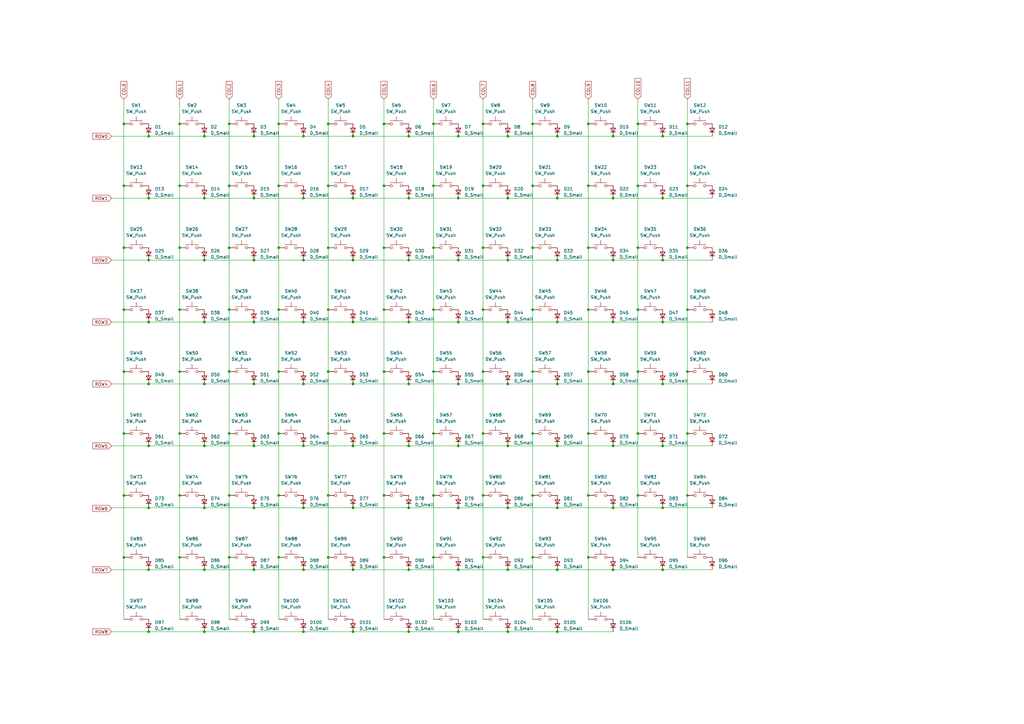
<source format=kicad_sch>
(kicad_sch (version 20230121) (generator eeschema)
  (paper "A3")
  (title_block (title "RGB mechanical kbd key matrix") (date "2023-06-22") (rev "1.3") (comment 2 "designed by LostFeather"))
  (lib_symbols
    (symbol "Device:D_Small" (pin_numbers hide) (pin_names (offset 0.254) hide)
      (property "Reference" "D" (at -1.27 2.032 0))
      (property "Value" "D_Small" (at -3.81 -2.032 0))
      (symbol "D_Small_1_1"
        (pin passive line (at -2.54 0 0) (length 1.778) (name "K") (number "1"))
        (pin passive line (at 2.54 0 180) (length 1.778) (name "A") (number "2"))
      )
    )
    (symbol "Switch:SW_Push" (pin_numbers hide) (pin_names (offset 1.016) hide)
      (property "Reference" "SW" (at 1.27 2.54 0))
      (property "Value" "SW_Push" (at 0 -1.524 0))
      (symbol "SW_Push_0_1"
        (pin passive line (at -5.08 0 0) (length 2.54) (name "1") (number "1"))
        (pin passive line (at 5.08 0 180) (length 2.54) (name "2") (number "2"))
      )
    )
  )
  (junction (at 218.44 152.4))
  (junction (at 83.82 157.48))
  (junction (at 50.8 177.8))
  (junction (at 241.3 152.4))
  (junction (at 187.96 182.88))
  (junction (at 104.14 132.08))
  (junction (at 73.66 152.4))
  (junction (at 93.98 127))
  (junction (at 93.98 228.6))
  (junction (at 198.12 50.8))
  (junction (at 281.94 101.6))
  (junction (at 187.96 259.08))
  (junction (at 60.96 81.28))
  (junction (at 114.3 127))
  (junction (at 50.8 101.6))
  (junction (at 60.96 132.08))
  (junction (at 208.28 259.08))
  (junction (at 177.8 203.2))
  (junction (at 104.14 157.48))
  (junction (at 157.48 50.8))
  (junction (at 228.6 182.88))
  (junction (at 228.6 208.28))
  (junction (at 241.3 203.2))
  (junction (at 218.44 76.2))
  (junction (at 198.12 203.2))
  (junction (at 281.94 152.4))
  (junction (at 187.96 81.28))
  (junction (at 134.62 177.8))
  (junction (at 104.14 182.88))
  (junction (at 167.64 106.68))
  (junction (at 251.46 157.48))
  (junction (at 167.64 233.68))
  (junction (at 281.94 203.2))
  (junction (at 60.96 55.88))
  (junction (at 228.6 233.68))
  (junction (at 104.14 81.28))
  (junction (at 83.82 132.08))
  (junction (at 167.64 208.28))
  (junction (at 124.46 182.88))
  (junction (at 261.62 177.8))
  (junction (at 157.48 127))
  (junction (at 218.44 228.6))
  (junction (at 50.8 127))
  (junction (at 104.14 233.68))
  (junction (at 251.46 182.88))
  (junction (at 144.78 132.08))
  (junction (at 124.46 132.08))
  (junction (at 251.46 233.68))
  (junction (at 208.28 81.28))
  (junction (at 228.6 55.88))
  (junction (at 124.46 106.68))
  (junction (at 104.14 106.68))
  (junction (at 187.96 55.88))
  (junction (at 134.62 127))
  (junction (at 167.64 132.08))
  (junction (at 281.94 127))
  (junction (at 83.82 55.88))
  (junction (at 261.62 101.6))
  (junction (at 93.98 177.8))
  (junction (at 50.8 152.4))
  (junction (at 241.3 127))
  (junction (at 177.8 127))
  (junction (at 271.78 233.68))
  (junction (at 271.78 81.28))
  (junction (at 208.28 132.08))
  (junction (at 144.78 55.88))
  (junction (at 60.96 233.68))
  (junction (at 208.28 233.68))
  (junction (at 228.6 132.08))
  (junction (at 93.98 203.2))
  (junction (at 241.3 101.6))
  (junction (at 177.8 76.2))
  (junction (at 93.98 152.4))
  (junction (at 157.48 177.8))
  (junction (at 228.6 259.08))
  (junction (at 157.48 76.2))
  (junction (at 144.78 182.88))
  (junction (at 198.12 152.4))
  (junction (at 93.98 76.2))
  (junction (at 167.64 55.88))
  (junction (at 261.62 203.2))
  (junction (at 50.8 50.8))
  (junction (at 271.78 182.88))
  (junction (at 134.62 50.8))
  (junction (at 83.82 182.88))
  (junction (at 228.6 106.68))
  (junction (at 60.96 182.88))
  (junction (at 104.14 259.08))
  (junction (at 218.44 127))
  (junction (at 114.3 76.2))
  (junction (at 251.46 81.28))
  (junction (at 83.82 233.68))
  (junction (at 134.62 228.6))
  (junction (at 157.48 101.6))
  (junction (at 281.94 50.8))
  (junction (at 60.96 259.08))
  (junction (at 187.96 157.48))
  (junction (at 261.62 50.8))
  (junction (at 50.8 228.6))
  (junction (at 83.82 208.28))
  (junction (at 114.3 50.8))
  (junction (at 177.8 50.8))
  (junction (at 187.96 233.68))
  (junction (at 251.46 55.88))
  (junction (at 50.8 203.2))
  (junction (at 208.28 106.68))
  (junction (at 271.78 106.68))
  (junction (at 177.8 152.4))
  (junction (at 144.78 233.68))
  (junction (at 167.64 259.08))
  (junction (at 114.3 152.4))
  (junction (at 73.66 50.8))
  (junction (at 261.62 76.2))
  (junction (at 177.8 228.6))
  (junction (at 261.62 127))
  (junction (at 198.12 177.8))
  (junction (at 134.62 76.2))
  (junction (at 187.96 132.08))
  (junction (at 261.62 152.4))
  (junction (at 124.46 259.08))
  (junction (at 157.48 152.4))
  (junction (at 73.66 228.6))
  (junction (at 271.78 132.08))
  (junction (at 167.64 157.48))
  (junction (at 73.66 203.2))
  (junction (at 144.78 81.28))
  (junction (at 114.3 177.8))
  (junction (at 241.3 50.8))
  (junction (at 73.66 76.2))
  (junction (at 198.12 76.2))
  (junction (at 177.8 177.8))
  (junction (at 157.48 228.6))
  (junction (at 271.78 157.48))
  (junction (at 124.46 157.48))
  (junction (at 134.62 101.6))
  (junction (at 114.3 228.6))
  (junction (at 83.82 106.68))
  (junction (at 281.94 76.2))
  (junction (at 134.62 152.4))
  (junction (at 187.96 106.68))
  (junction (at 218.44 203.2))
  (junction (at 198.12 228.6))
  (junction (at 83.82 259.08))
  (junction (at 167.64 81.28))
  (junction (at 134.62 203.2))
  (junction (at 241.3 76.2))
  (junction (at 198.12 101.6))
  (junction (at 208.28 157.48))
  (junction (at 177.8 101.6))
  (junction (at 124.46 233.68))
  (junction (at 93.98 50.8))
  (junction (at 228.6 157.48))
  (junction (at 208.28 182.88))
  (junction (at 208.28 208.28))
  (junction (at 251.46 208.28))
  (junction (at 187.96 208.28))
  (junction (at 60.96 208.28))
  (junction (at 218.44 177.8))
  (junction (at 60.96 157.48))
  (junction (at 208.28 55.88))
  (junction (at 167.64 182.88))
  (junction (at 124.46 208.28))
  (junction (at 281.94 177.8))
  (junction (at 157.48 203.2))
  (junction (at 104.14 55.88))
  (junction (at 73.66 127))
  (junction (at 198.12 127))
  (junction (at 271.78 208.28))
  (junction (at 93.98 101.6))
  (junction (at 144.78 157.48))
  (junction (at 73.66 177.8))
  (junction (at 114.3 203.2))
  (junction (at 50.8 76.2))
  (junction (at 251.46 106.68))
  (junction (at 241.3 228.6))
  (junction (at 104.14 208.28))
  (junction (at 144.78 208.28))
  (junction (at 124.46 55.88))
  (junction (at 241.3 177.8))
  (junction (at 73.66 101.6))
  (junction (at 114.3 101.6))
  (junction (at 218.44 50.8))
  (junction (at 144.78 106.68))
  (junction (at 83.82 81.28))
  (junction (at 218.44 101.6))
  (junction (at 228.6 81.28))
  (junction (at 60.96 106.68))
  (junction (at 251.46 132.08))
  (junction (at 271.78 55.88))
  (junction (at 124.46 81.28))
  (junction (at 144.78 259.08))
  (wire (pts (xy 198.12 101.6) (xy 198.12 127)))
  (wire (pts (xy 271.78 208.28) (xy 292.1 208.28)))
  (wire (pts (xy 157.48 101.6) (xy 157.48 127)))
  (wire (pts (xy 167.64 259.08) (xy 187.96 259.08)))
  (wire (pts (xy 218.44 228.6) (xy 218.44 254)))
  (wire (pts (xy 208.28 182.88) (xy 228.6 182.88)))
  (wire (pts (xy 114.3 177.8) (xy 114.3 203.2)))
  (wire (pts (xy 241.3 76.2) (xy 241.3 101.6)))
  (wire (pts (xy 177.8 177.8) (xy 177.8 203.2)))
  (wire (pts (xy 228.6 259.08) (xy 251.46 259.08)))
  (wire (pts (xy 218.44 127) (xy 218.44 152.4)))
  (wire (pts (xy 198.12 177.8) (xy 198.12 203.2)))
  (wire (pts (xy 73.66 76.2) (xy 73.66 101.6)))
  (wire (pts (xy 124.46 182.88) (xy 144.78 182.88)))
  (wire (pts (xy 187.96 132.08) (xy 208.28 132.08)))
  (wire (pts (xy 218.44 101.6) (xy 218.44 127)))
  (wire (pts (xy 124.46 106.68) (xy 144.78 106.68)))
  (wire (pts (xy 73.66 40.64) (xy 73.66 50.8)))
  (wire (pts (xy 73.66 152.4) (xy 73.66 177.8)))
  (wire (pts (xy 114.3 101.6) (xy 114.3 127)))
  (wire (pts (xy 144.78 55.88) (xy 167.64 55.88)))
  (wire (pts (xy 187.96 233.68) (xy 208.28 233.68)))
  (wire (pts (xy 83.82 259.08) (xy 104.14 259.08)))
  (wire (pts (xy 167.64 157.48) (xy 187.96 157.48)))
  (wire (pts (xy 60.96 157.48) (xy 83.82 157.48)))
  (wire (pts (xy 104.14 81.28) (xy 124.46 81.28)))
  (wire (pts (xy 134.62 40.64) (xy 134.62 50.8)))
  (wire (pts (xy 177.8 101.6) (xy 177.8 127)))
  (wire (pts (xy 198.12 203.2) (xy 198.12 228.6)))
  (wire (pts (xy 187.96 55.88) (xy 208.28 55.88)))
  (wire (pts (xy 208.28 208.28) (xy 228.6 208.28)))
  (wire (pts (xy 251.46 233.68) (xy 271.78 233.68)))
  (wire (pts (xy 228.6 157.48) (xy 251.46 157.48)))
  (wire (pts (xy 208.28 132.08) (xy 228.6 132.08)))
  (wire (pts (xy 187.96 259.08) (xy 208.28 259.08)))
  (wire (pts (xy 271.78 233.68) (xy 292.1 233.68)))
  (wire (pts (xy 93.98 177.8) (xy 93.98 203.2)))
  (wire (pts (xy 50.8 177.8) (xy 50.8 203.2)))
  (wire (pts (xy 241.3 177.8) (xy 241.3 203.2)))
  (wire (pts (xy 60.96 132.08) (xy 83.82 132.08)))
  (wire (pts (xy 114.3 203.2) (xy 114.3 228.6)))
  (wire (pts (xy 45.72 55.88) (xy 60.96 55.88)))
  (wire (pts (xy 251.46 208.28) (xy 271.78 208.28)))
  (wire (pts (xy 218.44 76.2) (xy 218.44 101.6)))
  (wire (pts (xy 134.62 50.8) (xy 134.62 76.2)))
  (wire (pts (xy 208.28 259.08) (xy 228.6 259.08)))
  (wire (pts (xy 114.3 127) (xy 114.3 152.4)))
  (wire (pts (xy 281.94 101.6) (xy 281.94 127)))
  (wire (pts (xy 218.44 152.4) (xy 218.44 177.8)))
  (wire (pts (xy 271.78 106.68) (xy 292.1 106.68)))
  (wire (pts (xy 50.8 50.8) (xy 50.8 76.2)))
  (wire (pts (xy 177.8 203.2) (xy 177.8 228.6)))
  (wire (pts (xy 261.62 203.2) (xy 261.62 228.6)))
  (wire (pts (xy 167.64 233.68) (xy 187.96 233.68)))
  (wire (pts (xy 281.94 127) (xy 281.94 152.4)))
  (wire (pts (xy 73.66 127) (xy 73.66 152.4)))
  (wire (pts (xy 187.96 208.28) (xy 208.28 208.28)))
  (wire (pts (xy 157.48 40.64) (xy 157.48 50.8)))
  (wire (pts (xy 241.3 152.4) (xy 241.3 177.8)))
  (wire (pts (xy 177.8 228.6) (xy 177.8 254)))
  (wire (pts (xy 228.6 55.88) (xy 251.46 55.88)))
  (wire (pts (xy 104.14 132.08) (xy 124.46 132.08)))
  (wire (pts (xy 167.64 132.08) (xy 187.96 132.08)))
  (wire (pts (xy 228.6 132.08) (xy 251.46 132.08)))
  (wire (pts (xy 144.78 208.28) (xy 167.64 208.28)))
  (wire (pts (xy 281.94 152.4) (xy 281.94 177.8)))
  (wire (pts (xy 83.82 132.08) (xy 104.14 132.08)))
  (wire (pts (xy 218.44 177.8) (xy 218.44 203.2)))
  (wire (pts (xy 261.62 50.8) (xy 261.62 76.2)))
  (wire (pts (xy 261.62 101.6) (xy 261.62 127)))
  (wire (pts (xy 45.72 81.28) (xy 60.96 81.28)))
  (wire (pts (xy 134.62 101.6) (xy 134.62 127)))
  (wire (pts (xy 45.72 132.08) (xy 60.96 132.08)))
  (wire (pts (xy 60.96 259.08) (xy 83.82 259.08)))
  (wire (pts (xy 261.62 40.64) (xy 261.62 50.8)))
  (wire (pts (xy 157.48 177.8) (xy 157.48 203.2)))
  (wire (pts (xy 157.48 152.4) (xy 157.48 177.8)))
  (wire (pts (xy 281.94 50.8) (xy 281.94 76.2)))
  (wire (pts (xy 187.96 81.28) (xy 208.28 81.28)))
  (wire (pts (xy 93.98 40.64) (xy 93.98 50.8)))
  (wire (pts (xy 124.46 81.28) (xy 144.78 81.28)))
  (wire (pts (xy 167.64 55.88) (xy 187.96 55.88)))
  (wire (pts (xy 177.8 40.64) (xy 177.8 50.8)))
  (wire (pts (xy 157.48 127) (xy 157.48 152.4)))
  (wire (pts (xy 45.72 106.68) (xy 60.96 106.68)))
  (wire (pts (xy 177.8 50.8) (xy 177.8 76.2)))
  (wire (pts (xy 167.64 81.28) (xy 187.96 81.28)))
  (wire (pts (xy 251.46 106.68) (xy 271.78 106.68)))
  (wire (pts (xy 251.46 55.88) (xy 271.78 55.88)))
  (wire (pts (xy 83.82 233.68) (xy 104.14 233.68)))
  (wire (pts (xy 104.14 182.88) (xy 124.46 182.88)))
  (wire (pts (xy 114.3 40.64) (xy 114.3 50.8)))
  (wire (pts (xy 134.62 152.4) (xy 134.62 177.8)))
  (wire (pts (xy 134.62 76.2) (xy 134.62 101.6)))
  (wire (pts (xy 124.46 55.88) (xy 144.78 55.88)))
  (wire (pts (xy 271.78 55.88) (xy 292.1 55.88)))
  (wire (pts (xy 198.12 40.64) (xy 198.12 50.8)))
  (wire (pts (xy 124.46 259.08) (xy 144.78 259.08)))
  (wire (pts (xy 114.3 76.2) (xy 114.3 101.6)))
  (wire (pts (xy 124.46 233.68) (xy 144.78 233.68)))
  (wire (pts (xy 83.82 81.28) (xy 104.14 81.28)))
  (wire (pts (xy 60.96 208.28) (xy 83.82 208.28)))
  (wire (pts (xy 228.6 106.68) (xy 251.46 106.68)))
  (wire (pts (xy 134.62 177.8) (xy 134.62 203.2)))
  (wire (pts (xy 73.66 101.6) (xy 73.66 127)))
  (wire (pts (xy 50.8 40.64) (xy 50.8 50.8)))
  (wire (pts (xy 83.82 182.88) (xy 104.14 182.88)))
  (wire (pts (xy 60.96 106.68) (xy 83.82 106.68)))
  (wire (pts (xy 83.82 106.68) (xy 104.14 106.68)))
  (wire (pts (xy 104.14 55.88) (xy 124.46 55.88)))
  (wire (pts (xy 104.14 208.28) (xy 124.46 208.28)))
  (wire (pts (xy 83.82 55.88) (xy 104.14 55.88)))
  (wire (pts (xy 144.78 106.68) (xy 167.64 106.68)))
  (wire (pts (xy 73.66 50.8) (xy 73.66 76.2)))
  (wire (pts (xy 104.14 233.68) (xy 124.46 233.68)))
  (wire (pts (xy 218.44 50.8) (xy 218.44 76.2)))
  (wire (pts (xy 251.46 182.88) (xy 271.78 182.88)))
  (wire (pts (xy 93.98 101.6) (xy 93.98 127)))
  (wire (pts (xy 251.46 157.48) (xy 271.78 157.48)))
  (wire (pts (xy 45.72 208.28) (xy 60.96 208.28)))
  (wire (pts (xy 241.3 50.8) (xy 241.3 76.2)))
  (wire (pts (xy 218.44 203.2) (xy 218.44 228.6)))
  (wire (pts (xy 93.98 228.6) (xy 93.98 254)))
  (wire (pts (xy 144.78 259.08) (xy 167.64 259.08)))
  (wire (pts (xy 104.14 106.68) (xy 124.46 106.68)))
  (wire (pts (xy 228.6 182.88) (xy 251.46 182.88)))
  (wire (pts (xy 228.6 81.28) (xy 251.46 81.28)))
  (wire (pts (xy 73.66 228.6) (xy 73.66 254)))
  (wire (pts (xy 45.72 157.48) (xy 60.96 157.48)))
  (wire (pts (xy 134.62 228.6) (xy 134.62 254)))
  (wire (pts (xy 134.62 127) (xy 134.62 152.4)))
  (wire (pts (xy 208.28 233.68) (xy 228.6 233.68)))
  (wire (pts (xy 124.46 208.28) (xy 144.78 208.28)))
  (wire (pts (xy 167.64 182.88) (xy 187.96 182.88)))
  (wire (pts (xy 198.12 152.4) (xy 198.12 177.8)))
  (wire (pts (xy 271.78 81.28) (xy 292.1 81.28)))
  (wire (pts (xy 144.78 182.88) (xy 167.64 182.88)))
  (wire (pts (xy 281.94 76.2) (xy 281.94 101.6)))
  (wire (pts (xy 114.3 228.6) (xy 114.3 254)))
  (wire (pts (xy 104.14 259.08) (xy 124.46 259.08)))
  (wire (pts (xy 177.8 152.4) (xy 177.8 177.8)))
  (wire (pts (xy 198.12 50.8) (xy 198.12 76.2)))
  (wire (pts (xy 198.12 127) (xy 198.12 152.4)))
  (wire (pts (xy 93.98 76.2) (xy 93.98 101.6)))
  (wire (pts (xy 114.3 50.8) (xy 114.3 76.2)))
  (wire (pts (xy 50.8 228.6) (xy 50.8 254)))
  (wire (pts (xy 187.96 182.88) (xy 208.28 182.88)))
  (wire (pts (xy 218.44 40.64) (xy 218.44 50.8)))
  (wire (pts (xy 241.3 40.64) (xy 241.3 50.8)))
  (wire (pts (xy 228.6 233.68) (xy 251.46 233.68)))
  (wire (pts (xy 261.62 152.4) (xy 261.62 177.8)))
  (wire (pts (xy 241.3 101.6) (xy 241.3 127)))
  (wire (pts (xy 261.62 127) (xy 261.62 152.4)))
  (wire (pts (xy 50.8 203.2) (xy 50.8 228.6)))
  (wire (pts (xy 177.8 76.2) (xy 177.8 101.6)))
  (wire (pts (xy 83.82 208.28) (xy 104.14 208.28)))
  (wire (pts (xy 93.98 127) (xy 93.98 152.4)))
  (wire (pts (xy 50.8 127) (xy 50.8 152.4)))
  (wire (pts (xy 208.28 106.68) (xy 228.6 106.68)))
  (wire (pts (xy 73.66 203.2) (xy 73.66 228.6)))
  (wire (pts (xy 241.3 127) (xy 241.3 152.4)))
  (wire (pts (xy 157.48 228.6) (xy 157.48 254)))
  (wire (pts (xy 50.8 152.4) (xy 50.8 177.8)))
  (wire (pts (xy 144.78 233.68) (xy 167.64 233.68)))
  (wire (pts (xy 60.96 55.88) (xy 83.82 55.88)))
  (wire (pts (xy 167.64 106.68) (xy 187.96 106.68)))
  (wire (pts (xy 144.78 81.28) (xy 167.64 81.28)))
  (wire (pts (xy 241.3 203.2) (xy 241.3 228.6)))
  (wire (pts (xy 157.48 76.2) (xy 157.48 101.6)))
  (wire (pts (xy 187.96 157.48) (xy 208.28 157.48)))
  (wire (pts (xy 281.94 203.2) (xy 281.94 228.6)))
  (wire (pts (xy 177.8 127) (xy 177.8 152.4)))
  (wire (pts (xy 60.96 182.88) (xy 83.82 182.88)))
  (wire (pts (xy 93.98 203.2) (xy 93.98 228.6)))
  (wire (pts (xy 45.72 259.08) (xy 60.96 259.08)))
  (wire (pts (xy 124.46 157.48) (xy 144.78 157.48)))
  (wire (pts (xy 251.46 81.28) (xy 271.78 81.28)))
  (wire (pts (xy 45.72 182.88) (xy 60.96 182.88)))
  (wire (pts (xy 45.72 208.534) (xy 45.72 208.28)))
  (wire (pts (xy 187.96 106.68) (xy 208.28 106.68)))
  (wire (pts (xy 261.62 177.8) (xy 261.62 203.2)))
  (wire (pts (xy 134.62 203.2) (xy 134.62 228.6)))
  (wire (pts (xy 114.3 152.4) (xy 114.3 177.8)))
  (wire (pts (xy 60.96 81.28) (xy 83.82 81.28)))
  (wire (pts (xy 104.14 157.48) (xy 124.46 157.48)))
  (wire (pts (xy 45.72 233.68) (xy 60.96 233.68)))
  (wire (pts (xy 198.12 76.2) (xy 198.12 101.6)))
  (wire (pts (xy 228.6 208.28) (xy 251.46 208.28)))
  (wire (pts (xy 50.8 101.6) (xy 50.8 127)))
  (wire (pts (xy 271.78 157.48) (xy 292.1 157.48)))
  (wire (pts (xy 241.3 228.6) (xy 241.3 254)))
  (wire (pts (xy 144.78 132.08) (xy 167.64 132.08)))
  (wire (pts (xy 144.78 157.48) (xy 167.64 157.48)))
  (wire (pts (xy 271.78 132.08) (xy 292.1 132.08)))
  (wire (pts (xy 157.48 203.2) (xy 157.48 228.6)))
  (wire (pts (xy 83.82 157.48) (xy 104.14 157.48)))
  (wire (pts (xy 60.96 233.68) (xy 83.82 233.68)))
  (wire (pts (xy 93.98 152.4) (xy 93.98 177.8)))
  (wire (pts (xy 208.28 55.88) (xy 228.6 55.88)))
  (wire (pts (xy 208.28 81.28) (xy 228.6 81.28)))
  (wire (pts (xy 157.48 50.8) (xy 157.48 76.2)))
  (wire (pts (xy 271.78 182.88) (xy 292.1 182.88)))
  (wire (pts (xy 73.66 177.8) (xy 73.66 203.2)))
  (wire (pts (xy 251.46 132.08) (xy 271.78 132.08)))
  (wire (pts (xy 50.8 76.2) (xy 50.8 101.6)))
  (wire (pts (xy 124.46 132.08) (xy 144.78 132.08)))
  (wire (pts (xy 93.98 50.8) (xy 93.98 76.2)))
  (wire (pts (xy 281.94 40.64) (xy 281.94 50.8)))
  (wire (pts (xy 198.12 228.6) (xy 198.12 254)))
  (wire (pts (xy 208.28 157.48) (xy 228.6 157.48)))
  (wire (pts (xy 281.94 177.8) (xy 281.94 203.2)))
  (wire (pts (xy 261.62 76.2) (xy 261.62 101.6)))
  (wire (pts (xy 167.64 208.28) (xy 187.96 208.28)))
  (global_label "COL10" (shape input) (at 261.62 40.64 90) (property "Intersheetrefs" "${INTERSHEET_REFS}" (effects hide)))
  (global_label "COL3" (shape input) (at 114.3 40.64 90) (property "Intersheetrefs" "${INTERSHEET_REFS}" (effects hide)))
  (global_label "ROW0" (shape input) (at 45.72 55.88 180) (property "Intersheetrefs" "${INTERSHEET_REFS}" (effects hide)))
  (global_label "COL6" (shape input) (at 177.8 40.64 90) (property "Intersheetrefs" "${INTERSHEET_REFS}" (effects hide)))
  (global_label "COL2" (shape input) (at 93.98 40.64 90) (property "Intersheetrefs" "${INTERSHEET_REFS}" (effects hide)))
  (global_label "ROW6" (shape input) (at 45.72 208.534 180) (property "Intersheetrefs" "${INTERSHEET_REFS}" (effects hide)))
  (global_label "COL8" (shape input) (at 218.44 40.64 90) (property "Intersheetrefs" "${INTERSHEET_REFS}" (effects hide)))
  (global_label "ROW2" (shape input) (at 45.72 106.68 180) (property "Intersheetrefs" "${INTERSHEET_REFS}" (effects hide)))
  (global_label "COL1" (shape input) (at 73.66 40.64 90) (property "Intersheetrefs" "${INTERSHEET_REFS}" (effects hide)))
  (global_label "COL5" (shape input) (at 157.48 40.64 90) (property "Intersheetrefs" "${INTERSHEET_REFS}" (effects hide)))
  (global_label "COL0" (shape input) (at 50.8 40.64 90) (property "Intersheetrefs" "${INTERSHEET_REFS}" (effects hide)))
  (global_label "COL4" (shape input) (at 134.62 40.64 90) (property "Intersheetrefs" "${INTERSHEET_REFS}" (effects hide)))
  (global_label "ROW1" (shape input) (at 45.72 81.28 180) (property "Intersheetrefs" "${INTERSHEET_REFS}" (effects hide)))
  (global_label "COL7" (shape input) (at 198.12 40.64 90) (property "Intersheetrefs" "${INTERSHEET_REFS}" (effects hide)))
  (global_label "ROW7" (shape input) (at 45.72 233.68 180) (property "Intersheetrefs" "${INTERSHEET_REFS}" (effects hide)))
  (global_label "ROW5" (shape input) (at 45.72 182.88 180) (property "Intersheetrefs" "${INTERSHEET_REFS}" (effects hide)))
  (global_label "COL11" (shape input) (at 281.94 40.64 90) (property "Intersheetrefs" "${INTERSHEET_REFS}" (effects hide)))
  (global_label "ROW8" (shape input) (at 45.72 259.08 180) (property "Intersheetrefs" "${INTERSHEET_REFS}" (effects hide)))
  (global_label "ROW4" (shape input) (at 45.72 157.48 180) (property "Intersheetrefs" "${INTERSHEET_REFS}" (effects hide)))
  (global_label "COL9" (shape input) (at 241.3 40.64 90) (property "Intersheetrefs" "${INTERSHEET_REFS}" (effects hide)))
  (global_label "ROW3" (shape input) (at 45.72 132.08 180) (property "Intersheetrefs" "${INTERSHEET_REFS}" (effects hide)))
  (symbol (lib_id "Device:D_Small") (at 208.28 205.74 90) (unit 1)
    (property "Reference" "D80" (at 210.82 204.47 90) (effects (justify right)))
    (property "Value" "D_Small" (at 210.82 207.01 90) (effects (justify right)))
    (property "Footprint" "Diode_SMD:D_SOD-123" (effects hide))
    (property "Sim.Device" "D" (effects hide))
    (property "Sim.Pins" "1=K 2=A" (effects hide))
  )
  (symbol (lib_id "Device:D_Small") (at 187.96 154.94 90) (unit 1)
    (property "Reference" "D55" (at 190.5 153.67 90) (effects (justify right)))
    (property "Value" "D_Small" (at 190.5 156.21 90) (effects (justify right)))
    (property "Footprint" "Diode_SMD:D_SOD-123" (effects hide))
    (property "Sim.Device" "D" (effects hide))
    (property "Sim.Pins" "1=K 2=A" (effects hide))
  )
  (symbol (lib_id "Device:D_Small") (at 292.1 129.54 90) (unit 1)
    (property "Reference" "D48" (at 294.64 128.27 90) (effects (justify right)))
    (property "Value" "D_Small" (at 294.64 130.81 90) (effects (justify right)))
    (property "Footprint" "Diode_SMD:D_SOD-123" (effects hide))
    (property "Sim.Device" "D" (effects hide))
    (property "Sim.Pins" "1=K 2=A" (effects hide))
  )
  (symbol (lib_id "Switch:SW_Push") (at 78.74 127 0) (unit 1)
    (property "Reference" "SW38" (at 78.74 119.38 0))
    (property "Value" "SW_Push" (at 78.74 121.92 0))
    (property "Footprint" "Footprints:Kailh_socket_MX" (effects hide))
  )
  (symbol (lib_id "Switch:SW_Push") (at 139.7 127 0) (unit 1)
    (property "Reference" "SW41" (at 139.7 119.38 0))
    (property "Value" "SW_Push" (at 139.7 121.92 0))
    (property "Footprint" "Footprints:Kailh_socket_MX" (effects hide))
  )
  (symbol (lib_id "Device:D_Small") (at 124.46 154.94 90) (unit 1)
    (property "Reference" "D52" (at 127 153.67 90) (effects (justify right)))
    (property "Value" "D_Small" (at 127 156.21 90) (effects (justify right)))
    (property "Footprint" "Diode_SMD:D_SOD-123" (effects hide))
    (property "Sim.Device" "D" (effects hide))
    (property "Sim.Pins" "1=K 2=A" (effects hide))
  )
  (symbol (lib_id "Switch:SW_Push") (at 203.2 228.6 0) (unit 1)
    (property "Reference" "SW92" (at 203.2 220.98 0))
    (property "Value" "SW_Push" (at 203.2 223.52 0))
    (property "Footprint" "Footprints:Kailh_socket_MX" (effects hide))
  )
  (symbol (lib_id "Switch:SW_Push") (at 139.7 203.2 0) (unit 1)
    (property "Reference" "SW77" (at 139.7 195.58 0))
    (property "Value" "SW_Push" (at 139.7 198.12 0))
    (property "Footprint" "Footprints:Kailh_socket_MX" (effects hide))
  )
  (symbol (lib_id "Device:D_Small") (at 228.6 129.54 90) (unit 1)
    (property "Reference" "D45" (at 231.14 128.27 90) (effects (justify right)))
    (property "Value" "D_Small" (at 231.14 130.81 90) (effects (justify right)))
    (property "Footprint" "Diode_SMD:D_SOD-123" (effects hide))
    (property "Sim.Device" "D" (effects hide))
    (property "Sim.Pins" "1=K 2=A" (effects hide))
  )
  (symbol (lib_id "Switch:SW_Push") (at 162.56 228.6 0) (unit 1)
    (property "Reference" "SW90" (at 162.56 220.98 0))
    (property "Value" "SW_Push" (at 162.56 223.52 0))
    (property "Footprint" "Footprints:Kailh_socket_MX" (effects hide))
  )
  (symbol (lib_id "Device:D_Small") (at 251.46 180.34 90) (unit 1)
    (property "Reference" "D70" (at 254 179.07 90) (effects (justify right)))
    (property "Value" "D_Small" (at 254 181.61 90) (effects (justify right)))
    (property "Footprint" "Diode_SMD:D_SOD-123" (effects hide))
    (property "Sim.Device" "D" (effects hide))
    (property "Sim.Pins" "1=K 2=A" (effects hide))
  )
  (symbol (lib_id "Device:D_Small") (at 228.6 78.74 90) (unit 1)
    (property "Reference" "D21" (at 231.14 77.47 90) (effects (justify right)))
    (property "Value" "D_Small" (at 231.14 80.01 90) (effects (justify right)))
    (property "Footprint" "Diode_SMD:D_SOD-123" (effects hide))
    (property "Sim.Device" "D" (effects hide))
    (property "Sim.Pins" "1=K 2=A" (effects hide))
  )
  (symbol (lib_id "Switch:SW_Push") (at 78.74 152.4 0) (unit 1)
    (property "Reference" "SW50" (at 78.74 144.78 0))
    (property "Value" "SW_Push" (at 78.74 147.32 0))
    (property "Footprint" "Footprints:Kailh_socket_MX" (effects hide))
  )
  (symbol (lib_id "Device:D_Small") (at 60.96 53.34 90) (unit 1)
    (property "Reference" "D1" (at 63.5 52.07 90) (effects (justify right)))
    (property "Value" "D_Small" (at 63.5 54.61 90) (effects (justify right)))
    (property "Footprint" "Diode_SMD:D_SOD-123" (effects hide))
    (property "Sim.Device" "D" (effects hide))
    (property "Sim.Pins" "1=K 2=A" (effects hide))
  )
  (symbol (lib_id "Device:D_Small") (at 187.96 256.54 90) (unit 1)
    (property "Reference" "D103" (at 190.5 255.27 90) (effects (justify right)))
    (property "Value" "D_Small" (at 190.5 257.81 90) (effects (justify right)))
    (property "Footprint" "Diode_SMD:D_SOD-123" (effects hide))
    (property "Sim.Device" "D" (effects hide))
    (property "Sim.Pins" "1=K 2=A" (effects hide))
  )
  (symbol (lib_id "Device:D_Small") (at 167.64 129.54 90) (unit 1)
    (property "Reference" "D42" (at 170.18 128.27 90) (effects (justify right)))
    (property "Value" "D_Small" (at 170.18 130.81 90) (effects (justify right)))
    (property "Footprint" "Diode_SMD:D_SOD-123" (effects hide))
    (property "Sim.Device" "D" (effects hide))
    (property "Sim.Pins" "1=K 2=A" (effects hide))
  )
  (symbol (lib_id "Device:D_Small") (at 60.96 104.14 90) (unit 1)
    (property "Reference" "D25" (at 63.5 102.87 90) (effects (justify right)))
    (property "Value" "D_Small" (at 63.5 105.41 90) (effects (justify right)))
    (property "Footprint" "Diode_SMD:D_SOD-123" (effects hide))
    (property "Sim.Device" "D" (effects hide))
    (property "Sim.Pins" "1=K 2=A" (effects hide))
  )
  (symbol (lib_id "Switch:SW_Push") (at 78.74 101.6 0) (unit 1)
    (property "Reference" "SW26" (at 78.74 93.98 0))
    (property "Value" "SW_Push" (at 78.74 96.52 0))
    (property "Footprint" "Footprints:Kailh_socket_MX" (effects hide))
  )
  (symbol (lib_id "Switch:SW_Push") (at 162.56 152.4 0) (unit 1)
    (property "Reference" "SW54" (at 162.56 144.78 0))
    (property "Value" "SW_Push" (at 162.56 147.32 0))
    (property "Footprint" "Footprints:Kailh_socket_MX" (effects hide))
  )
  (symbol (lib_id "Switch:SW_Push") (at 223.52 101.6 0) (unit 1)
    (property "Reference" "SW33" (at 223.52 93.98 0))
    (property "Value" "SW_Push" (at 223.52 96.52 0))
    (property "Footprint" "Footprints:Kailh_socket_MX" (effects hide))
  )
  (symbol (lib_id "Switch:SW_Push") (at 78.74 50.8 0) (unit 1)
    (property "Reference" "SW2" (at 78.74 43.18 0))
    (property "Value" "SW_Push" (at 78.74 45.72 0))
    (property "Footprint" "Footprints:Kailh_socket_MX" (effects hide))
  )
  (symbol (lib_id "Device:D_Small") (at 83.82 231.14 90) (unit 1)
    (property "Reference" "D86" (at 86.36 229.87 90) (effects (justify right)))
    (property "Value" "D_Small" (at 86.36 232.41 90) (effects (justify right)))
    (property "Footprint" "Diode_SMD:D_SOD-123" (effects hide))
    (property "Sim.Device" "D" (effects hide))
    (property "Sim.Pins" "1=K 2=A" (effects hide))
  )
  (symbol (lib_id "Device:D_Small") (at 104.14 129.54 90) (unit 1)
    (property "Reference" "D39" (at 106.68 128.27 90) (effects (justify right)))
    (property "Value" "D_Small" (at 106.68 130.81 90) (effects (justify right)))
    (property "Footprint" "Diode_SMD:D_SOD-123" (effects hide))
    (property "Sim.Device" "D" (effects hide))
    (property "Sim.Pins" "1=K 2=A" (effects hide))
  )
  (symbol (lib_id "Switch:SW_Push") (at 182.88 228.6 0) (unit 1)
    (property "Reference" "SW91" (at 182.88 220.98 0))
    (property "Value" "SW_Push" (at 182.88 223.52 0))
    (property "Footprint" "Footprints:Kailh_socket_MX" (effects hide))
  )
  (symbol (lib_id "Device:D_Small") (at 124.46 104.14 90) (unit 1)
    (property "Reference" "D28" (at 127 102.87 90) (effects (justify right)))
    (property "Value" "D_Small" (at 127 105.41 90) (effects (justify right)))
    (property "Footprint" "Diode_SMD:D_SOD-123" (effects hide))
    (property "Sim.Device" "D" (effects hide))
    (property "Sim.Pins" "1=K 2=A" (effects hide))
  )
  (symbol (lib_id "Device:D_Small") (at 83.82 104.14 90) (unit 1)
    (property "Reference" "D26" (at 86.36 102.87 90) (effects (justify right)))
    (property "Value" "D_Small" (at 86.36 105.41 90) (effects (justify right)))
    (property "Footprint" "Diode_SMD:D_SOD-123" (effects hide))
    (property "Sim.Device" "D" (effects hide))
    (property "Sim.Pins" "1=K 2=A" (effects hide))
  )
  (symbol (lib_id "Switch:SW_Push") (at 203.2 76.2 0) (unit 1)
    (property "Reference" "SW20" (at 203.2 68.58 0))
    (property "Value" "SW_Push" (at 203.2 71.12 0))
    (property "Footprint" "Footprints:Kailh_socket_MX" (effects hide))
  )
  (symbol (lib_id "Device:D_Small") (at 228.6 53.34 90) (unit 1)
    (property "Reference" "D9" (at 231.14 52.07 90) (effects (justify right)))
    (property "Value" "D_Small" (at 231.14 54.61 90) (effects (justify right)))
    (property "Footprint" "Diode_SMD:D_SOD-123" (effects hide))
    (property "Sim.Device" "D" (effects hide))
    (property "Sim.Pins" "1=K 2=A" (effects hide))
  )
  (symbol (lib_id "Switch:SW_Push") (at 182.88 50.8 0) (unit 1)
    (property "Reference" "SW7" (at 182.88 43.18 0))
    (property "Value" "SW_Push" (at 182.88 45.72 0))
    (property "Footprint" "Footprints:Kailh_socket_MX" (effects hide))
  )
  (symbol (lib_id "Device:D_Small") (at 292.1 104.14 90) (unit 1)
    (property "Reference" "D36" (at 294.64 102.87 90) (effects (justify right)))
    (property "Value" "D_Small" (at 294.64 105.41 90) (effects (justify right)))
    (property "Footprint" "Diode_SMD:D_SOD-123" (effects hide))
    (property "Sim.Device" "D" (effects hide))
    (property "Sim.Pins" "1=K 2=A" (effects hide))
  )
  (symbol (lib_id "Switch:SW_Push") (at 119.38 101.6 0) (unit 1)
    (property "Reference" "SW28" (at 119.38 93.98 0))
    (property "Value" "SW_Push" (at 119.38 96.52 0))
    (property "Footprint" "Footprints:Kailh_socket_MX" (effects hide))
  )
  (symbol (lib_id "Switch:SW_Push") (at 266.7 203.2 0) (unit 1)
    (property "Reference" "SW83" (at 266.7 195.58 0))
    (property "Value" "SW_Push" (at 266.7 198.12 0))
    (property "Footprint" "Footprints:Kailh_socket_MX" (effects hide))
  )
  (symbol (lib_id "Device:D_Small") (at 187.96 231.14 90) (unit 1)
    (property "Reference" "D91" (at 190.5 229.87 90) (effects (justify right)))
    (property "Value" "D_Small" (at 190.5 232.41 90) (effects (justify right)))
    (property "Footprint" "Diode_SMD:D_SOD-123" (effects hide))
    (property "Sim.Device" "D" (effects hide))
    (property "Sim.Pins" "1=K 2=A" (effects hide))
  )
  (symbol (lib_id "Switch:SW_Push") (at 246.38 203.2 0) (unit 1)
    (property "Reference" "SW82" (at 246.38 195.58 0))
    (property "Value" "SW_Push" (at 246.38 198.12 0))
    (property "Footprint" "Footprints:Kailh_socket_MX" (effects hide))
  )
  (symbol (lib_id "Device:D_Small") (at 251.46 154.94 90) (unit 1)
    (property "Reference" "D58" (at 254 153.67 90) (effects (justify right)))
    (property "Value" "D_Small" (at 254 156.21 90) (effects (justify right)))
    (property "Footprint" "Diode_SMD:D_SOD-123" (effects hide))
    (property "Sim.Device" "D" (effects hide))
    (property "Sim.Pins" "1=K 2=A" (effects hide))
  )
  (symbol (lib_id "Device:D_Small") (at 167.64 256.54 90) (unit 1)
    (property "Reference" "D102" (at 170.18 255.27 90) (effects (justify right)))
    (property "Value" "D_Small" (at 170.18 257.81 90) (effects (justify right)))
    (property "Footprint" "Diode_SMD:D_SOD-123" (effects hide))
    (property "Sim.Device" "D" (effects hide))
    (property "Sim.Pins" "1=K 2=A" (effects hide))
  )
  (symbol (lib_id "Switch:SW_Push") (at 139.7 152.4 0) (unit 1)
    (property "Reference" "SW53" (at 139.7 144.78 0))
    (property "Value" "SW_Push" (at 139.7 147.32 0))
    (property "Footprint" "Footprints:Kailh_socket_MX" (effects hide))
  )
  (symbol (lib_id "Switch:SW_Push") (at 203.2 50.8 0) (unit 1)
    (property "Reference" "SW8" (at 203.2 43.18 0))
    (property "Value" "SW_Push" (at 203.2 45.72 0))
    (property "Footprint" "Footprints:Kailh_socket_MX" (effects hide))
  )
  (symbol (lib_id "Switch:SW_Push") (at 246.38 254 0) (unit 1)
    (property "Reference" "SW106" (at 246.38 246.38 0))
    (property "Value" "SW_Push" (at 246.38 248.92 0))
    (property "Footprint" "Footprints:Kailh_socket_MX" (effects hide))
  )
  (symbol (lib_id "Switch:SW_Push") (at 223.52 228.6 0) (unit 1)
    (property "Reference" "SW93" (at 223.52 220.98 0))
    (property "Value" "SW_Push" (at 223.52 223.52 0))
    (property "Footprint" "Footprints:Kailh_socket_MX" (effects hide))
  )
  (symbol (lib_id "Device:D_Small") (at 83.82 154.94 90) (unit 1)
    (property "Reference" "D50" (at 86.36 153.67 90) (effects (justify right)))
    (property "Value" "D_Small" (at 86.36 156.21 90) (effects (justify right)))
    (property "Footprint" "Diode_SMD:D_SOD-123" (effects hide))
    (property "Sim.Device" "D" (effects hide))
    (property "Sim.Pins" "1=K 2=A" (effects hide))
  )
  (symbol (lib_id "Device:D_Small") (at 167.64 154.94 90) (unit 1)
    (property "Reference" "D54" (at 170.18 153.67 90) (effects (justify right)))
    (property "Value" "D_Small" (at 170.18 156.21 90) (effects (justify right)))
    (property "Footprint" "Diode_SMD:D_SOD-123" (effects hide))
    (property "Sim.Device" "D" (effects hide))
    (property "Sim.Pins" "1=K 2=A" (effects hide))
  )
  (symbol (lib_id "Switch:SW_Push") (at 246.38 101.6 0) (unit 1)
    (property "Reference" "SW34" (at 246.38 93.98 0))
    (property "Value" "SW_Push" (at 246.38 96.52 0))
    (property "Footprint" "Footprints:Kailh_socket_MX" (effects hide))
  )
  (symbol (lib_id "Device:D_Small") (at 124.46 205.74 90) (unit 1)
    (property "Reference" "D76" (at 127 204.47 90) (effects (justify right)))
    (property "Value" "D_Small" (at 127 207.01 90) (effects (justify right)))
    (property "Footprint" "Diode_SMD:D_SOD-123" (effects hide))
    (property "Sim.Device" "D" (effects hide))
    (property "Sim.Pins" "1=K 2=A" (effects hide))
  )
  (symbol (lib_id "Device:D_Small") (at 104.14 154.94 90) (unit 1)
    (property "Reference" "D51" (at 106.68 153.67 90) (effects (justify right)))
    (property "Value" "D_Small" (at 106.68 156.21 90) (effects (justify right)))
    (property "Footprint" "Diode_SMD:D_SOD-123" (effects hide))
    (property "Sim.Device" "D" (effects hide))
    (property "Sim.Pins" "1=K 2=A" (effects hide))
  )
  (symbol (lib_id "Device:D_Small") (at 251.46 129.54 90) (unit 1)
    (property "Reference" "D46" (at 254 128.27 90) (effects (justify right)))
    (property "Value" "D_Small" (at 254 130.81 90) (effects (justify right)))
    (property "Footprint" "Diode_SMD:D_SOD-123" (effects hide))
    (property "Sim.Device" "D" (effects hide))
    (property "Sim.Pins" "1=K 2=A" (effects hide))
  )
  (symbol (lib_id "Switch:SW_Push") (at 182.88 152.4 0) (unit 1)
    (property "Reference" "SW55" (at 182.88 144.78 0))
    (property "Value" "SW_Push" (at 182.88 147.32 0))
    (property "Footprint" "Footprints:Kailh_socket_MX" (effects hide))
  )
  (symbol (lib_id "Device:D_Small") (at 60.96 205.74 90) (unit 1)
    (property "Reference" "D73" (at 63.5 204.47 90) (effects (justify right)))
    (property "Value" "D_Small" (at 63.5 207.01 90) (effects (justify right)))
    (property "Footprint" "Diode_SMD:D_SOD-123" (effects hide))
    (property "Sim.Device" "D" (effects hide))
    (property "Sim.Pins" "1=K 2=A" (effects hide))
  )
  (symbol (lib_id "Device:D_Small") (at 271.78 129.54 90) (unit 1)
    (property "Reference" "D47" (at 274.32 128.27 90) (effects (justify right)))
    (property "Value" "D_Small" (at 274.32 130.81 90) (effects (justify right)))
    (property "Footprint" "Diode_SMD:D_SOD-123" (effects hide))
    (property "Sim.Device" "D" (effects hide))
    (property "Sim.Pins" "1=K 2=A" (effects hide))
  )
  (symbol (lib_id "Switch:SW_Push") (at 287.02 177.8 0) (unit 1)
    (property "Reference" "SW72" (at 287.02 170.18 0))
    (property "Value" "SW_Push" (at 287.02 172.72 0))
    (property "Footprint" "Footprints:Kailh_socket_MX" (effects hide))
  )
  (symbol (lib_id "Device:D_Small") (at 83.82 53.34 90) (unit 1)
    (property "Reference" "D2" (at 86.36 52.07 90) (effects (justify right)))
    (property "Value" "D_Small" (at 86.36 54.61 90) (effects (justify right)))
    (property "Footprint" "Diode_SMD:D_SOD-123" (effects hide))
    (property "Sim.Device" "D" (effects hide))
    (property "Sim.Pins" "1=K 2=A" (effects hide))
  )
  (symbol (lib_id "Switch:SW_Push") (at 203.2 152.4 0) (unit 1)
    (property "Reference" "SW56" (at 203.2 144.78 0))
    (property "Value" "SW_Push" (at 203.2 147.32 0))
    (property "Footprint" "Footprints:Kailh_socket_MX" (effects hide))
  )
  (symbol (lib_id "Device:D_Small") (at 208.28 78.74 90) (unit 1)
    (property "Reference" "D20" (at 210.82 77.47 90) (effects (justify right)))
    (property "Value" "D_Small" (at 210.82 80.01 90) (effects (justify right)))
    (property "Footprint" "Diode_SMD:D_SOD-123" (effects hide))
    (property "Sim.Device" "D" (effects hide))
    (property "Sim.Pins" "1=K 2=A" (effects hide))
  )
  (symbol (lib_id "Switch:SW_Push") (at 78.74 203.2 0) (unit 1)
    (property "Reference" "SW74" (at 78.74 195.58 0))
    (property "Value" "SW_Push" (at 78.74 198.12 0))
    (property "Footprint" "Footprints:Kailh_socket_MX" (effects hide))
  )
  (symbol (lib_id "Switch:SW_Push") (at 182.88 177.8 0) (unit 1)
    (property "Reference" "SW67" (at 182.88 170.18 0))
    (property "Value" "SW_Push" (at 182.88 172.72 0))
    (property "Footprint" "Footprints:Kailh_socket_MX" (effects hide))
  )
  (symbol (lib_id "Switch:SW_Push") (at 182.88 76.2 0) (unit 1)
    (property "Reference" "SW19" (at 182.88 68.58 0))
    (property "Value" "SW_Push" (at 182.88 71.12 0))
    (property "Footprint" "Footprints:Kailh_socket_MX" (effects hide))
  )
  (symbol (lib_id "Device:D_Small") (at 251.46 53.34 90) (unit 1)
    (property "Reference" "D10" (at 254 52.07 90) (effects (justify right)))
    (property "Value" "D_Small" (at 254 54.61 90) (effects (justify right)))
    (property "Footprint" "Diode_SMD:D_SOD-123" (effects hide))
    (property "Sim.Device" "D" (effects hide))
    (property "Sim.Pins" "1=K 2=A" (effects hide))
  )
  (symbol (lib_id "Switch:SW_Push") (at 223.52 254 0) (unit 1)
    (property "Reference" "SW105" (at 223.52 246.38 0))
    (property "Value" "SW_Push" (at 223.52 248.92 0))
    (property "Footprint" "Footprints:Kailh_socket_MX" (effects hide))
  )
  (symbol (lib_id "Device:D_Small") (at 228.6 104.14 90) (unit 1)
    (property "Reference" "D33" (at 231.14 102.87 90) (effects (justify right)))
    (property "Value" "D_Small" (at 231.14 105.41 90) (effects (justify right)))
    (property "Footprint" "Diode_SMD:D_SOD-123" (effects hide))
    (property "Sim.Device" "D" (effects hide))
    (property "Sim.Pins" "1=K 2=A" (effects hide))
  )
  (symbol (lib_id "Switch:SW_Push") (at 99.06 152.4 0) (unit 1)
    (property "Reference" "SW51" (at 99.06 144.78 0))
    (property "Value" "SW_Push" (at 99.06 147.32 0))
    (property "Footprint" "Footprints:Kailh_socket_MX" (effects hide))
  )
  (symbol (lib_id "Switch:SW_Push") (at 139.7 101.6 0) (unit 1)
    (property "Reference" "SW29" (at 139.7 93.98 0))
    (property "Value" "SW_Push" (at 139.7 96.52 0))
    (property "Footprint" "Footprints:Kailh_socket_MX" (effects hide))
  )
  (symbol (lib_id "Switch:SW_Push") (at 99.06 127 0) (unit 1)
    (property "Reference" "SW39" (at 99.06 119.38 0))
    (property "Value" "SW_Push" (at 99.06 121.92 0))
    (property "Footprint" "Footprints:Kailh_socket_MX" (effects hide))
  )
  (symbol (lib_id "Device:D_Small") (at 124.46 180.34 90) (unit 1)
    (property "Reference" "D64" (at 127 179.07 90) (effects (justify right)))
    (property "Value" "D_Small" (at 127 181.61 90) (effects (justify right)))
    (property "Footprint" "Diode_SMD:D_SOD-123" (effects hide))
    (property "Sim.Device" "D" (effects hide))
    (property "Sim.Pins" "1=K 2=A" (effects hide))
  )
  (symbol (lib_id "Switch:SW_Push") (at 78.74 254 0) (unit 1)
    (property "Reference" "SW98" (at 78.74 246.38 0))
    (property "Value" "SW_Push" (at 78.74 248.92 0))
    (property "Footprint" "Footprints:Kailh_socket_MX" (effects hide))
  )
  (symbol (lib_id "Switch:SW_Push") (at 139.7 254 0) (unit 1)
    (property "Reference" "SW101" (at 139.7 246.38 0))
    (property "Value" "SW_Push" (at 139.7 248.92 0))
    (property "Footprint" "Footprints:Kailh_socket_MX" (effects hide))
  )
  (symbol (lib_id "Switch:SW_Push") (at 203.2 127 0) (unit 1)
    (property "Reference" "SW44" (at 203.2 119.38 0))
    (property "Value" "SW_Push" (at 203.2 121.92 0))
    (property "Footprint" "Footprints:Kailh_socket_MX" (effects hide))
  )
  (symbol (lib_id "Switch:SW_Push") (at 162.56 50.8 0) (unit 1)
    (property "Reference" "SW6" (at 162.56 43.18 0))
    (property "Value" "SW_Push" (at 162.56 45.72 0))
    (property "Footprint" "Footprints:Kailh_socket_MX" (effects hide))
  )
  (symbol (lib_id "Switch:SW_Push") (at 266.7 50.8 0) (unit 1)
    (property "Reference" "SW11" (at 266.7 43.18 0))
    (property "Value" "SW_Push" (at 266.7 45.72 0))
    (property "Footprint" "Footprints:Kailh_socket_MX" (effects hide))
  )
  (symbol (lib_id "Device:D_Small") (at 83.82 180.34 90) (unit 1)
    (property "Reference" "D62" (at 86.36 179.07 90) (effects (justify right)))
    (property "Value" "D_Small" (at 86.36 181.61 90) (effects (justify right)))
    (property "Footprint" "Diode_SMD:D_SOD-123" (effects hide))
    (property "Sim.Device" "D" (effects hide))
    (property "Sim.Pins" "1=K 2=A" (effects hide))
  )
  (symbol (lib_id "Device:D_Small") (at 292.1 180.34 90) (unit 1)
    (property "Reference" "D72" (at 294.64 179.07 90) (effects (justify right)))
    (property "Value" "D_Small" (at 294.64 181.61 90) (effects (justify right)))
    (property "Footprint" "Diode_SMD:D_SOD-123" (effects hide))
    (property "Sim.Device" "D" (effects hide))
    (property "Sim.Pins" "1=K 2=A" (effects hide))
  )
  (symbol (lib_id "Device:D_Small") (at 292.1 78.74 90) (unit 1)
    (property "Reference" "D24" (at 294.64 77.47 90) (effects (justify right)))
    (property "Value" "D_Small" (at 294.64 80.01 90) (effects (justify right)))
    (property "Footprint" "Diode_SMD:D_SOD-123" (effects hide))
    (property "Sim.Device" "D" (effects hide))
    (property "Sim.Pins" "1=K 2=A" (effects hide))
  )
  (symbol (lib_id "Switch:SW_Push") (at 266.7 152.4 0) (unit 1)
    (property "Reference" "SW59" (at 266.7 144.78 0))
    (property "Value" "SW_Push" (at 266.7 147.32 0))
    (property "Footprint" "Footprints:Kailh_socket_MX" (effects hide))
  )
  (symbol (lib_id "Switch:SW_Push") (at 99.06 76.2 0) (unit 1)
    (property "Reference" "SW15" (at 99.06 68.58 0))
    (property "Value" "SW_Push" (at 99.06 71.12 0))
    (property "Footprint" "Footprints:Kailh_socket_MX" (effects hide))
  )
  (symbol (lib_id "Device:D_Small") (at 60.96 231.14 90) (unit 1)
    (property "Reference" "D85" (at 63.5 229.87 90) (effects (justify right)))
    (property "Value" "D_Small" (at 63.5 232.41 90) (effects (justify right)))
    (property "Footprint" "Diode_SMD:D_SOD-123" (effects hide))
    (property "Sim.Device" "D" (effects hide))
    (property "Sim.Pins" "1=K 2=A" (effects hide))
  )
  (symbol (lib_id "Device:D_Small") (at 251.46 104.14 90) (unit 1)
    (property "Reference" "D34" (at 254 102.87 90) (effects (justify right)))
    (property "Value" "D_Small" (at 254 105.41 90) (effects (justify right)))
    (property "Footprint" "Diode_SMD:D_SOD-123" (effects hide))
    (property "Sim.Device" "D" (effects hide))
    (property "Sim.Pins" "1=K 2=A" (effects hide))
  )
  (symbol (lib_id "Switch:SW_Push") (at 266.7 228.6 0) (unit 1)
    (property "Reference" "SW95" (at 266.7 220.98 0))
    (property "Value" "SW_Push" (at 266.7 223.52 0))
    (property "Footprint" "Footprints:Kailh_socket_MX" (effects hide))
  )
  (symbol (lib_id "Device:D_Small") (at 104.14 53.34 90) (unit 1)
    (property "Reference" "D3" (at 106.68 52.07 90) (effects (justify right)))
    (property "Value" "D_Small" (at 106.68 54.61 90) (effects (justify right)))
    (property "Footprint" "Diode_SMD:D_SOD-123" (effects hide))
    (property "Sim.Device" "D" (effects hide))
    (property "Sim.Pins" "1=K 2=A" (effects hide))
  )
  (symbol (lib_id "Device:D_Small") (at 104.14 104.14 90) (unit 1)
    (property "Reference" "D27" (at 106.68 102.87 90) (effects (justify right)))
    (property "Value" "D_Small" (at 106.68 105.41 90) (effects (justify right)))
    (property "Footprint" "Diode_SMD:D_SOD-123" (effects hide))
    (property "Sim.Device" "D" (effects hide))
    (property "Sim.Pins" "1=K 2=A" (effects hide))
  )
  (symbol (lib_id "Device:D_Small") (at 228.6 180.34 90) (unit 1)
    (property "Reference" "D69" (at 231.14 179.07 90) (effects (justify right)))
    (property "Value" "D_Small" (at 231.14 181.61 90) (effects (justify right)))
    (property "Footprint" "Diode_SMD:D_SOD-123" (effects hide))
    (property "Sim.Device" "D" (effects hide))
    (property "Sim.Pins" "1=K 2=A" (effects hide))
  )
  (symbol (lib_id "Device:D_Small") (at 251.46 205.74 90) (unit 1)
    (property "Reference" "D82" (at 254 204.47 90) (effects (justify right)))
    (property "Value" "D_Small" (at 254 207.01 90) (effects (justify right)))
    (property "Footprint" "Diode_SMD:D_SOD-123" (effects hide))
    (property "Sim.Device" "D" (effects hide))
    (property "Sim.Pins" "1=K 2=A" (effects hide))
  )
  (symbol (lib_id "Switch:SW_Push") (at 162.56 254 0) (unit 1)
    (property "Reference" "SW102" (at 162.56 246.38 0))
    (property "Value" "SW_Push" (at 162.56 248.92 0))
    (property "Footprint" "Footprints:Kailh_socket_MX" (effects hide))
  )
  (symbol (lib_id "Device:D_Small") (at 208.28 256.54 90) (unit 1)
    (property "Reference" "D104" (at 210.82 255.27 90) (effects (justify right)))
    (property "Value" "D_Small" (at 210.82 257.81 90) (effects (justify right)))
    (property "Footprint" "Diode_SMD:D_SOD-123" (effects hide))
    (property "Sim.Device" "D" (effects hide))
    (property "Sim.Pins" "1=K 2=A" (effects hide))
  )
  (symbol (lib_id "Device:D_Small") (at 104.14 78.74 90) (unit 1)
    (property "Reference" "D15" (at 106.68 77.47 90) (effects (justify right)))
    (property "Value" "D_Small" (at 106.68 80.01 90) (effects (justify right)))
    (property "Footprint" "Diode_SMD:D_SOD-123" (effects hide))
    (property "Sim.Device" "D" (effects hide))
    (property "Sim.Pins" "1=K 2=A" (effects hide))
  )
  (symbol (lib_id "Switch:SW_Push") (at 119.38 50.8 0) (unit 1)
    (property "Reference" "SW4" (at 119.38 43.18 0))
    (property "Value" "SW_Push" (at 119.38 45.72 0))
    (property "Footprint" "Footprints:Kailh_socket_MX" (effects hide))
  )
  (symbol (lib_id "Switch:SW_Push") (at 203.2 177.8 0) (unit 1)
    (property "Reference" "SW68" (at 203.2 170.18 0))
    (property "Value" "SW_Push" (at 203.2 172.72 0))
    (property "Footprint" "Footprints:Kailh_socket_MX" (effects hide))
  )
  (symbol (lib_id "Device:D_Small") (at 124.46 53.34 90) (unit 1)
    (property "Reference" "D4" (at 127 52.07 90) (effects (justify right)))
    (property "Value" "D_Small" (at 127 54.61 90) (effects (justify right)))
    (property "Footprint" "Diode_SMD:D_SOD-123" (effects hide))
    (property "Sim.Device" "D" (effects hide))
    (property "Sim.Pins" "1=K 2=A" (effects hide))
  )
  (symbol (lib_id "Device:D_Small") (at 144.78 104.14 90) (unit 1)
    (property "Reference" "D29" (at 147.32 102.87 90) (effects (justify right)))
    (property "Value" "D_Small" (at 147.32 105.41 90) (effects (justify right)))
    (property "Footprint" "Diode_SMD:D_SOD-123" (effects hide))
    (property "Sim.Device" "D" (effects hide))
    (property "Sim.Pins" "1=K 2=A" (effects hide))
  )
  (symbol (lib_id "Device:D_Small") (at 271.78 53.34 90) (unit 1)
    (property "Reference" "D11" (at 274.32 52.07 90) (effects (justify right)))
    (property "Value" "D_Small" (at 274.32 54.61 90) (effects (justify right)))
    (property "Footprint" "Diode_SMD:D_SOD-123" (effects hide))
    (property "Sim.Device" "D" (effects hide))
    (property "Sim.Pins" "1=K 2=A" (effects hide))
  )
  (symbol (lib_id "Device:D_Small") (at 167.64 231.14 90) (unit 1)
    (property "Reference" "D90" (at 170.18 229.87 90) (effects (justify right)))
    (property "Value" "D_Small" (at 170.18 232.41 90) (effects (justify right)))
    (property "Footprint" "Diode_SMD:D_SOD-123" (effects hide))
    (property "Sim.Device" "D" (effects hide))
    (property "Sim.Pins" "1=K 2=A" (effects hide))
  )
  (symbol (lib_id "Device:D_Small") (at 83.82 129.54 90) (unit 1)
    (property "Reference" "D38" (at 86.36 128.27 90) (effects (justify right)))
    (property "Value" "D_Small" (at 86.36 130.81 90) (effects (justify right)))
    (property "Footprint" "Diode_SMD:D_SOD-123" (effects hide))
    (property "Sim.Device" "D" (effects hide))
    (property "Sim.Pins" "1=K 2=A" (effects hide))
  )
  (symbol (lib_id "Switch:SW_Push") (at 139.7 76.2 0) (unit 1)
    (property "Reference" "SW17" (at 139.7 68.58 0))
    (property "Value" "SW_Push" (at 139.7 71.12 0))
    (property "Footprint" "Footprints:Kailh_socket_MX" (effects hide))
  )
  (symbol (lib_id "Device:D_Small") (at 208.28 104.14 90) (unit 1)
    (property "Reference" "D32" (at 210.82 102.87 90) (effects (justify right)))
    (property "Value" "D_Small" (at 210.82 105.41 90) (effects (justify right)))
    (property "Footprint" "Diode_SMD:D_SOD-123" (effects hide))
    (property "Sim.Device" "D" (effects hide))
    (property "Sim.Pins" "1=K 2=A" (effects hide))
  )
  (symbol (lib_id "Switch:SW_Push") (at 223.52 177.8 0) (unit 1)
    (property "Reference" "SW69" (at 223.52 170.18 0))
    (property "Value" "SW_Push" (at 223.52 172.72 0))
    (property "Footprint" "Footprints:Kailh_socket_MX" (effects hide))
  )
  (symbol (lib_id "Device:D_Small") (at 271.78 180.34 90) (unit 1)
    (property "Reference" "D71" (at 274.32 179.07 90) (effects (justify right)))
    (property "Value" "D_Small" (at 274.32 181.61 90) (effects (justify right)))
    (property "Footprint" "Diode_SMD:D_SOD-123" (effects hide))
    (property "Sim.Device" "D" (effects hide))
    (property "Sim.Pins" "1=K 2=A" (effects hide))
  )
  (symbol (lib_id "Device:D_Small") (at 187.96 180.34 90) (unit 1)
    (property "Reference" "D67" (at 190.5 179.07 90) (effects (justify right)))
    (property "Value" "D_Small" (at 190.5 181.61 90) (effects (justify right)))
    (property "Footprint" "Diode_SMD:D_SOD-123" (effects hide))
    (property "Sim.Device" "D" (effects hide))
    (property "Sim.Pins" "1=K 2=A" (effects hide))
  )
  (symbol (lib_id "Switch:SW_Push") (at 55.88 101.6 0) (unit 1)
    (property "Reference" "SW25" (at 55.88 93.98 0))
    (property "Value" "SW_Push" (at 55.88 96.52 0))
    (property "Footprint" "Footprints:Kailh_socket_MX" (effects hide))
  )
  (symbol (lib_id "Switch:SW_Push") (at 287.02 76.2 0) (unit 1)
    (property "Reference" "SW24" (at 287.02 68.58 0))
    (property "Value" "SW_Push" (at 287.02 71.12 0))
    (property "Footprint" "Footprints:Kailh_socket_MX" (effects hide))
  )
  (symbol (lib_id "Switch:SW_Push") (at 78.74 228.6 0) (unit 1)
    (property "Reference" "SW86" (at 78.74 220.98 0))
    (property "Value" "SW_Push" (at 78.74 223.52 0))
    (property "Footprint" "Footprints:Kailh_socket_MX" (effects hide))
  )
  (symbol (lib_id "Switch:SW_Push") (at 246.38 152.4 0) (unit 1)
    (property "Reference" "SW58" (at 246.38 144.78 0))
    (property "Value" "SW_Push" (at 246.38 147.32 0))
    (property "Footprint" "Footprints:Kailh_socket_MX" (effects hide))
  )
  (symbol (lib_id "Switch:SW_Push") (at 223.52 203.2 0) (unit 1)
    (property "Reference" "SW81" (at 223.52 195.58 0))
    (property "Value" "SW_Push" (at 223.52 198.12 0))
    (property "Footprint" "Footprints:Kailh_socket_MX" (effects hide))
  )
  (symbol (lib_id "Switch:SW_Push") (at 223.52 50.8 0) (unit 1)
    (property "Reference" "SW9" (at 223.52 43.18 0))
    (property "Value" "SW_Push" (at 223.52 45.72 0))
    (property "Footprint" "Footprints:Kailh_socket_MX" (effects hide))
  )
  (symbol (lib_id "Device:D_Small") (at 60.96 256.54 90) (unit 1)
    (property "Reference" "D97" (at 63.5 255.27 90) (effects (justify right)))
    (property "Value" "D_Small" (at 63.5 257.81 90) (effects (justify right)))
    (property "Footprint" "Diode_SMD:D_SOD-123" (effects hide))
    (property "Sim.Device" "D" (effects hide))
    (property "Sim.Pins" "1=K 2=A" (effects hide))
  )
  (symbol (lib_id "Switch:SW_Push") (at 287.02 152.4 0) (unit 1)
    (property "Reference" "SW60" (at 287.02 144.78 0))
    (property "Value" "SW_Push" (at 287.02 147.32 0))
    (property "Footprint" "Footprints:Kailh_socket_MX" (effects hide))
  )
  (symbol (lib_id "Device:D_Small") (at 251.46 256.54 90) (unit 1)
    (property "Reference" "D106" (at 254 255.27 90) (effects (justify right)))
    (property "Value" "D_Small" (at 254 257.81 90) (effects (justify right)))
    (property "Footprint" "Diode_SMD:D_SOD-123" (effects hide))
    (property "Sim.Device" "D" (effects hide))
    (property "Sim.Pins" "1=K 2=A" (effects hide))
  )
  (symbol (lib_id "Switch:SW_Push") (at 182.88 101.6 0) (unit 1)
    (property "Reference" "SW31" (at 182.88 93.98 0))
    (property "Value" "SW_Push" (at 182.88 96.52 0))
    (property "Footprint" "Footprints:Kailh_socket_MX" (effects hide))
  )
  (symbol (lib_id "Device:D_Small") (at 144.78 53.34 90) (unit 1)
    (property "Reference" "D5" (at 147.32 52.07 90) (effects (justify right)))
    (property "Value" "D_Small" (at 147.32 54.61 90) (effects (justify right)))
    (property "Footprint" "Diode_SMD:D_SOD-123" (effects hide))
    (property "Sim.Device" "D" (effects hide))
    (property "Sim.Pins" "1=K 2=A" (effects hide))
  )
  (symbol (lib_id "Device:D_Small") (at 60.96 154.94 90) (unit 1)
    (property "Reference" "D49" (at 63.5 153.67 90) (effects (justify right)))
    (property "Value" "D_Small" (at 63.5 156.21 90) (effects (justify right)))
    (property "Footprint" "Diode_SMD:D_SOD-123" (effects hide))
    (property "Sim.Device" "D" (effects hide))
    (property "Sim.Pins" "1=K 2=A" (effects hide))
  )
  (symbol (lib_id "Device:D_Small") (at 292.1 154.94 90) (unit 1)
    (property "Reference" "D60" (at 294.64 153.67 90) (effects (justify right)))
    (property "Value" "D_Small" (at 294.64 156.21 90) (effects (justify right)))
    (property "Footprint" "Diode_SMD:D_SOD-123" (effects hide))
    (property "Sim.Device" "D" (effects hide))
    (property "Sim.Pins" "1=K 2=A" (effects hide))
  )
  (symbol (lib_id "Switch:SW_Push") (at 203.2 203.2 0) (unit 1)
    (property "Reference" "SW80" (at 203.2 195.58 0))
    (property "Value" "SW_Push" (at 203.2 198.12 0))
    (property "Footprint" "Footprints:Kailh_socket_MX" (effects hide))
  )
  (symbol (lib_id "Switch:SW_Push") (at 55.88 203.2 0) (unit 1)
    (property "Reference" "SW73" (at 55.88 195.58 0))
    (property "Value" "SW_Push" (at 55.88 198.12 0))
    (property "Footprint" "Footprints:Kailh_socket_MX" (effects hide))
  )
  (symbol (lib_id "Switch:SW_Push") (at 99.06 50.8 0) (unit 1)
    (property "Reference" "SW3" (at 99.06 43.18 0))
    (property "Value" "SW_Push" (at 99.06 45.72 0))
    (property "Footprint" "Footprints:Kailh_socket_MX" (effects hide))
  )
  (symbol (lib_id "Switch:SW_Push") (at 162.56 177.8 0) (unit 1)
    (property "Reference" "SW66" (at 162.56 170.18 0))
    (property "Value" "SW_Push" (at 162.56 172.72 0))
    (property "Footprint" "Footprints:Kailh_socket_MX" (effects hide))
  )
  (symbol (lib_id "Device:D_Small") (at 144.78 205.74 90) (unit 1)
    (property "Reference" "D77" (at 147.32 204.47 90) (effects (justify right)))
    (property "Value" "D_Small" (at 147.32 207.01 90) (effects (justify right)))
    (property "Footprint" "Diode_SMD:D_SOD-123" (effects hide))
    (property "Sim.Device" "D" (effects hide))
    (property "Sim.Pins" "1=K 2=A" (effects hide))
  )
  (symbol (lib_id "Device:D_Small") (at 104.14 256.54 90) (unit 1)
    (property "Reference" "D99" (at 106.68 255.27 90) (effects (justify right)))
    (property "Value" "D_Small" (at 106.68 257.81 90) (effects (justify right)))
    (property "Footprint" "Diode_SMD:D_SOD-123" (effects hide))
    (property "Sim.Device" "D" (effects hide))
    (property "Sim.Pins" "1=K 2=A" (effects hide))
  )
  (symbol (lib_id "Device:D_Small") (at 228.6 205.74 90) (unit 1)
    (property "Reference" "D81" (at 231.14 204.47 90) (effects (justify right)))
    (property "Value" "D_Small" (at 231.14 207.01 90) (effects (justify right)))
    (property "Footprint" "Diode_SMD:D_SOD-123" (effects hide))
    (property "Sim.Device" "D" (effects hide))
    (property "Sim.Pins" "1=K 2=A" (effects hide))
  )
  (symbol (lib_id "Device:D_Small") (at 167.64 104.14 90) (unit 1)
    (property "Reference" "D30" (at 170.18 102.87 90) (effects (justify right)))
    (property "Value" "D_Small" (at 170.18 105.41 90) (effects (justify right)))
    (property "Footprint" "Diode_SMD:D_SOD-123" (effects hide))
    (property "Sim.Device" "D" (effects hide))
    (property "Sim.Pins" "1=K 2=A" (effects hide))
  )
  (symbol (lib_id "Switch:SW_Push") (at 139.7 177.8 0) (unit 1)
    (property "Reference" "SW65" (at 139.7 170.18 0))
    (property "Value" "SW_Push" (at 139.7 172.72 0))
    (property "Footprint" "Footprints:Kailh_socket_MX" (effects hide))
  )
  (symbol (lib_id "Switch:SW_Push") (at 119.38 228.6 0) (unit 1)
    (property "Reference" "SW88" (at 119.38 220.98 0))
    (property "Value" "SW_Push" (at 119.38 223.52 0))
    (property "Footprint" "Footprints:Kailh_socket_MX" (effects hide))
  )
  (symbol (lib_id "Switch:SW_Push") (at 55.88 254 0) (unit 1)
    (property "Reference" "SW97" (at 55.88 246.38 0))
    (property "Value" "SW_Push" (at 55.88 248.92 0))
    (property "Footprint" "Footprints:Kailh_socket_MX" (effects hide))
  )
  (symbol (lib_id "Switch:SW_Push") (at 78.74 76.2 0) (unit 1)
    (property "Reference" "SW14" (at 78.74 68.58 0))
    (property "Value" "SW_Push" (at 78.74 71.12 0))
    (property "Footprint" "Footprints:Kailh_socket_MX" (effects hide))
  )
  (symbol (lib_id "Switch:SW_Push") (at 246.38 76.2 0) (unit 1)
    (property "Reference" "SW22" (at 246.38 68.58 0))
    (property "Value" "SW_Push" (at 246.38 71.12 0))
    (property "Footprint" "Footprints:Kailh_socket_MX" (effects hide))
  )
  (symbol (lib_id "Switch:SW_Push") (at 182.88 127 0) (unit 1)
    (property "Reference" "SW43" (at 182.88 119.38 0))
    (property "Value" "SW_Push" (at 182.88 121.92 0))
    (property "Footprint" "Footprints:Kailh_socket_MX" (effects hide))
  )
  (symbol (lib_id "Device:D_Small") (at 144.78 256.54 90) (unit 1)
    (property "Reference" "D101" (at 147.32 255.27 90) (effects (justify right)))
    (property "Value" "D_Small" (at 147.32 257.81 90) (effects (justify right)))
    (property "Footprint" "Diode_SMD:D_SOD-123" (effects hide))
    (property "Sim.Device" "D" (effects hide))
    (property "Sim.Pins" "1=K 2=A" (effects hide))
  )
  (symbol (lib_id "Switch:SW_Push") (at 266.7 177.8 0) (unit 1)
    (property "Reference" "SW71" (at 266.7 170.18 0))
    (property "Value" "SW_Push" (at 266.7 172.72 0))
    (property "Footprint" "Footprints:Kailh_socket_MX" (effects hide))
  )
  (symbol (lib_id "Device:D_Small") (at 292.1 231.14 90) (unit 1)
    (property "Reference" "D96" (at 294.64 229.87 90) (effects (justify right)))
    (property "Value" "D_Small" (at 294.64 232.41 90) (effects (justify right)))
    (property "Footprint" "Diode_SMD:D_SOD-123" (effects hide))
    (property "Sim.Device" "D" (effects hide))
    (property "Sim.Pins" "1=K 2=A" (effects hide))
  )
  (symbol (lib_id "Switch:SW_Push") (at 139.7 228.6 0) (unit 1)
    (property "Reference" "SW89" (at 139.7 220.98 0))
    (property "Value" "SW_Push" (at 139.7 223.52 0))
    (property "Footprint" "Footprints:Kailh_socket_MX" (effects hide))
  )
  (symbol (lib_id "Device:D_Small") (at 292.1 205.74 90) (unit 1)
    (property "Reference" "D84" (at 294.64 204.47 90) (effects (justify right)))
    (property "Value" "D_Small" (at 294.64 207.01 90) (effects (justify right)))
    (property "Footprint" "Diode_SMD:D_SOD-123" (effects hide))
    (property "Sim.Device" "D" (effects hide))
    (property "Sim.Pins" "1=K 2=A" (effects hide))
  )
  (symbol (lib_id "Switch:SW_Push") (at 119.38 203.2 0) (unit 1)
    (property "Reference" "SW76" (at 119.38 195.58 0))
    (property "Value" "SW_Push" (at 119.38 198.12 0))
    (property "Footprint" "Footprints:Kailh_socket_MX" (effects hide))
  )
  (symbol (lib_id "Switch:SW_Push") (at 287.02 203.2 0) (unit 1)
    (property "Reference" "SW84" (at 287.02 195.58 0))
    (property "Value" "SW_Push" (at 287.02 198.12 0))
    (property "Footprint" "Footprints:Kailh_socket_MX" (effects hide))
  )
  (symbol (lib_id "Switch:SW_Push") (at 223.52 127 0) (unit 1)
    (property "Reference" "SW45" (at 223.52 119.38 0))
    (property "Value" "SW_Push" (at 223.52 121.92 0))
    (property "Footprint" "Footprints:Kailh_socket_MX" (effects hide))
  )
  (symbol (lib_id "Device:D_Small") (at 124.46 129.54 90) (unit 1)
    (property "Reference" "D40" (at 127 128.27 90) (effects (justify right)))
    (property "Value" "D_Small" (at 127 130.81 90) (effects (justify right)))
    (property "Footprint" "Diode_SMD:D_SOD-123" (effects hide))
    (property "Sim.Device" "D" (effects hide))
    (property "Sim.Pins" "1=K 2=A" (effects hide))
  )
  (symbol (lib_id "Switch:SW_Push") (at 266.7 101.6 0) (unit 1)
    (property "Reference" "SW35" (at 266.7 93.98 0))
    (property "Value" "SW_Push" (at 266.7 96.52 0))
    (property "Footprint" "Footprints:Kailh_socket_MX" (effects hide))
  )
  (symbol (lib_id "Switch:SW_Push") (at 246.38 50.8 0) (unit 1)
    (property "Reference" "SW10" (at 246.38 43.18 0))
    (property "Value" "SW_Push" (at 246.38 45.72 0))
    (property "Footprint" "Footprints:Kailh_socket_MX" (effects hide))
  )
  (symbol (lib_id "Device:D_Small") (at 187.96 78.74 90) (unit 1)
    (property "Reference" "D19" (at 190.5 77.47 90) (effects (justify right)))
    (property "Value" "D_Small" (at 190.5 80.01 90) (effects (justify right)))
    (property "Footprint" "Diode_SMD:D_SOD-123" (effects hide))
    (property "Sim.Device" "D" (effects hide))
    (property "Sim.Pins" "1=K 2=A" (effects hide))
  )
  (symbol (lib_id "Switch:SW_Push") (at 246.38 127 0) (unit 1)
    (property "Reference" "SW46" (at 246.38 119.38 0))
    (property "Value" "SW_Push" (at 246.38 121.92 0))
    (property "Footprint" "Footprints:Kailh_socket_MX" (effects hide))
  )
  (symbol (lib_id "Device:D_Small") (at 167.64 205.74 90) (unit 1)
    (property "Reference" "D78" (at 170.18 204.47 90) (effects (justify right)))
    (property "Value" "D_Small" (at 170.18 207.01 90) (effects (justify right)))
    (property "Footprint" "Diode_SMD:D_SOD-123" (effects hide))
    (property "Sim.Device" "D" (effects hide))
    (property "Sim.Pins" "1=K 2=A" (effects hide))
  )
  (symbol (lib_id "Switch:SW_Push") (at 99.06 228.6 0) (unit 1)
    (property "Reference" "SW87" (at 99.06 220.98 0))
    (property "Value" "SW_Push" (at 99.06 223.52 0))
    (property "Footprint" "Footprints:Kailh_socket_MX" (effects hide))
  )
  (symbol (lib_id "Device:D_Small") (at 208.28 180.34 90) (unit 1)
    (property "Reference" "D68" (at 210.82 179.07 90) (effects (justify right)))
    (property "Value" "D_Small" (at 210.82 181.61 90) (effects (justify right)))
    (property "Footprint" "Diode_SMD:D_SOD-123" (effects hide))
    (property "Sim.Device" "D" (effects hide))
    (property "Sim.Pins" "1=K 2=A" (effects hide))
  )
  (symbol (lib_id "Device:D_Small") (at 144.78 129.54 90) (unit 1)
    (property "Reference" "D41" (at 147.32 128.27 90) (effects (justify right)))
    (property "Value" "D_Small" (at 147.32 130.81 90) (effects (justify right)))
    (property "Footprint" "Diode_SMD:D_SOD-123" (effects hide))
    (property "Sim.Device" "D" (effects hide))
    (property "Sim.Pins" "1=K 2=A" (effects hide))
  )
  (symbol (lib_id "Device:D_Small") (at 124.46 78.74 90) (unit 1)
    (property "Reference" "D16" (at 127 77.47 90) (effects (justify right)))
    (property "Value" "D_Small" (at 127 80.01 90) (effects (justify right)))
    (property "Footprint" "Diode_SMD:D_SOD-123" (effects hide))
    (property "Sim.Device" "D" (effects hide))
    (property "Sim.Pins" "1=K 2=A" (effects hide))
  )
  (symbol (lib_id "Device:D_Small") (at 104.14 205.74 90) (unit 1)
    (property "Reference" "D75" (at 106.68 204.47 90) (effects (justify right)))
    (property "Value" "D_Small" (at 106.68 207.01 90) (effects (justify right)))
    (property "Footprint" "Diode_SMD:D_SOD-123" (effects hide))
    (property "Sim.Device" "D" (effects hide))
    (property "Sim.Pins" "1=K 2=A" (effects hide))
  )
  (symbol (lib_id "Device:D_Small") (at 228.6 231.14 90) (unit 1)
    (property "Reference" "D93" (at 231.14 229.87 90) (effects (justify right)))
    (property "Value" "D_Small" (at 231.14 232.41 90) (effects (justify right)))
    (property "Footprint" "Diode_SMD:D_SOD-123" (effects hide))
    (property "Sim.Device" "D" (effects hide))
    (property "Sim.Pins" "1=K 2=A" (effects hide))
  )
  (symbol (lib_id "Device:D_Small") (at 271.78 154.94 90) (unit 1)
    (property "Reference" "D59" (at 274.32 153.67 90) (effects (justify right)))
    (property "Value" "D_Small" (at 274.32 156.21 90) (effects (justify right)))
    (property "Footprint" "Diode_SMD:D_SOD-123" (effects hide))
    (property "Sim.Device" "D" (effects hide))
    (property "Sim.Pins" "1=K 2=A" (effects hide))
  )
  (symbol (lib_id "Device:D_Small") (at 60.96 180.34 90) (unit 1)
    (property "Reference" "D61" (at 63.5 179.07 90) (effects (justify right)))
    (property "Value" "D_Small" (at 63.5 181.61 90) (effects (justify right)))
    (property "Footprint" "Diode_SMD:D_SOD-123" (effects hide))
    (property "Sim.Device" "D" (effects hide))
    (property "Sim.Pins" "1=K 2=A" (effects hide))
  )
  (symbol (lib_id "Device:D_Small") (at 208.28 53.34 90) (unit 1)
    (property "Reference" "D8" (at 210.82 52.07 90) (effects (justify right)))
    (property "Value" "D_Small" (at 210.82 54.61 90) (effects (justify right)))
    (property "Footprint" "Diode_SMD:D_SOD-123" (effects hide))
    (property "Sim.Device" "D" (effects hide))
    (property "Sim.Pins" "1=K 2=A" (effects hide))
  )
  (symbol (lib_id "Switch:SW_Push") (at 287.02 101.6 0) (unit 1)
    (property "Reference" "SW36" (at 287.02 93.98 0))
    (property "Value" "SW_Push" (at 287.02 96.52 0))
    (property "Footprint" "Footprints:Kailh_socket_MX" (effects hide))
  )
  (symbol (lib_id "Device:D_Small") (at 187.96 205.74 90) (unit 1)
    (property "Reference" "D79" (at 190.5 204.47 90) (effects (justify right)))
    (property "Value" "D_Small" (at 190.5 207.01 90) (effects (justify right)))
    (property "Footprint" "Diode_SMD:D_SOD-123" (effects hide))
    (property "Sim.Device" "D" (effects hide))
    (property "Sim.Pins" "1=K 2=A" (effects hide))
  )
  (symbol (lib_id "Device:D_Small") (at 167.64 180.34 90) (unit 1)
    (property "Reference" "D66" (at 170.18 179.07 90) (effects (justify right)))
    (property "Value" "D_Small" (at 170.18 181.61 90) (effects (justify right)))
    (property "Footprint" "Diode_SMD:D_SOD-123" (effects hide))
    (property "Sim.Device" "D" (effects hide))
    (property "Sim.Pins" "1=K 2=A" (effects hide))
  )
  (symbol (lib_id "Device:D_Small") (at 144.78 154.94 90) (unit 1)
    (property "Reference" "D53" (at 147.32 153.67 90) (effects (justify right)))
    (property "Value" "D_Small" (at 147.32 156.21 90) (effects (justify right)))
    (property "Footprint" "Diode_SMD:D_SOD-123" (effects hide))
    (property "Sim.Device" "D" (effects hide))
    (property "Sim.Pins" "1=K 2=A" (effects hide))
  )
  (symbol (lib_id "Switch:SW_Push") (at 99.06 254 0) (unit 1)
    (property "Reference" "SW99" (at 99.06 246.38 0))
    (property "Value" "SW_Push" (at 99.06 248.92 0))
    (property "Footprint" "Footprints:Kailh_socket_MX" (effects hide))
  )
  (symbol (lib_id "Switch:SW_Push") (at 119.38 76.2 0) (unit 1)
    (property "Reference" "SW16" (at 119.38 68.58 0))
    (property "Value" "SW_Push" (at 119.38 71.12 0))
    (property "Footprint" "Footprints:Kailh_socket_MX" (effects hide))
  )
  (symbol (lib_id "Switch:SW_Push") (at 139.7 50.8 0) (unit 1)
    (property "Reference" "SW5" (at 139.7 43.18 0))
    (property "Value" "SW_Push" (at 139.7 45.72 0))
    (property "Footprint" "Footprints:Kailh_socket_MX" (effects hide))
  )
  (symbol (lib_id "Switch:SW_Push") (at 246.38 177.8 0) (unit 1)
    (property "Reference" "SW70" (at 246.38 170.18 0))
    (property "Value" "SW_Push" (at 246.38 172.72 0))
    (property "Footprint" "Footprints:Kailh_socket_MX" (effects hide))
  )
  (symbol (lib_id "Switch:SW_Push") (at 55.88 127 0) (unit 1)
    (property "Reference" "SW37" (at 55.88 119.38 0))
    (property "Value" "SW_Push" (at 55.88 121.92 0))
    (property "Footprint" "Footprints:Kailh_socket_MX" (effects hide))
  )
  (symbol (lib_id "Device:D_Small") (at 83.82 256.54 90) (unit 1)
    (property "Reference" "D98" (at 86.36 255.27 90) (effects (justify right)))
    (property "Value" "D_Small" (at 86.36 257.81 90) (effects (justify right)))
    (property "Footprint" "Diode_SMD:D_SOD-123" (effects hide))
    (property "Sim.Device" "D" (effects hide))
    (property "Sim.Pins" "1=K 2=A" (effects hide))
  )
  (symbol (lib_id "Device:D_Small") (at 167.64 53.34 90) (unit 1)
    (property "Reference" "D6" (at 170.18 52.07 90) (effects (justify right)))
    (property "Value" "D_Small" (at 170.18 54.61 90) (effects (justify right)))
    (property "Footprint" "Diode_SMD:D_SOD-123" (effects hide))
    (property "Sim.Device" "D" (effects hide))
    (property "Sim.Pins" "1=K 2=A" (effects hide))
  )
  (symbol (lib_id "Switch:SW_Push") (at 203.2 254 0) (unit 1)
    (property "Reference" "SW104" (at 203.2 246.38 0))
    (property "Value" "SW_Push" (at 203.2 248.92 0))
    (property "Footprint" "Footprints:Kailh_socket_MX" (effects hide))
  )
  (symbol (lib_id "Device:D_Small") (at 228.6 154.94 90) (unit 1)
    (property "Reference" "D57" (at 231.14 153.67 90) (effects (justify right)))
    (property "Value" "D_Small" (at 231.14 156.21 90) (effects (justify right)))
    (property "Footprint" "Diode_SMD:D_SOD-123" (effects hide))
    (property "Sim.Device" "D" (effects hide))
    (property "Sim.Pins" "1=K 2=A" (effects hide))
  )
  (symbol (lib_id "Device:D_Small") (at 144.78 78.74 90) (unit 1)
    (property "Reference" "D17" (at 147.32 77.47 90) (effects (justify right)))
    (property "Value" "D_Small" (at 147.32 80.01 90) (effects (justify right)))
    (property "Footprint" "Diode_SMD:D_SOD-123" (effects hide))
    (property "Sim.Device" "D" (effects hide))
    (property "Sim.Pins" "1=K 2=A" (effects hide))
  )
  (symbol (lib_id "Device:D_Small") (at 83.82 205.74 90) (unit 1)
    (property "Reference" "D74" (at 86.36 204.47 90) (effects (justify right)))
    (property "Value" "D_Small" (at 86.36 207.01 90) (effects (justify right)))
    (property "Footprint" "Diode_SMD:D_SOD-123" (effects hide))
    (property "Sim.Device" "D" (effects hide))
    (property "Sim.Pins" "1=K 2=A" (effects hide))
  )
  (symbol (lib_id "Switch:SW_Push") (at 203.2 101.6 0) (unit 1)
    (property "Reference" "SW32" (at 203.2 93.98 0))
    (property "Value" "SW_Push" (at 203.2 96.52 0))
    (property "Footprint" "Footprints:Kailh_socket_MX" (effects hide))
  )
  (symbol (lib_id "Switch:SW_Push") (at 266.7 76.2 0) (unit 1)
    (property "Reference" "SW23" (at 266.7 68.58 0))
    (property "Value" "SW_Push" (at 266.7 71.12 0))
    (property "Footprint" "Footprints:Kailh_socket_MX" (effects hide))
  )
  (symbol (lib_id "Device:D_Small") (at 271.78 231.14 90) (unit 1)
    (property "Reference" "D95" (at 274.32 229.87 90) (effects (justify right)))
    (property "Value" "D_Small" (at 274.32 232.41 90) (effects (justify right)))
    (property "Footprint" "Diode_SMD:D_SOD-123" (effects hide))
    (property "Sim.Device" "D" (effects hide))
    (property "Sim.Pins" "1=K 2=A" (effects hide))
  )
  (symbol (lib_id "Device:D_Small") (at 271.78 205.74 90) (unit 1)
    (property "Reference" "D83" (at 274.32 204.47 90) (effects (justify right)))
    (property "Value" "D_Small" (at 274.32 207.01 90) (effects (justify right)))
    (property "Footprint" "Diode_SMD:D_SOD-123" (effects hide))
    (property "Sim.Device" "D" (effects hide))
    (property "Sim.Pins" "1=K 2=A" (effects hide))
  )
  (symbol (lib_id "Switch:SW_Push") (at 162.56 203.2 0) (unit 1)
    (property "Reference" "SW78" (at 162.56 195.58 0))
    (property "Value" "SW_Push" (at 162.56 198.12 0))
    (property "Footprint" "Footprints:Kailh_socket_MX" (effects hide))
  )
  (symbol (lib_id "Device:D_Small") (at 208.28 129.54 90) (unit 1)
    (property "Reference" "D44" (at 210.82 128.27 90) (effects (justify right)))
    (property "Value" "D_Small" (at 210.82 130.81 90) (effects (justify right)))
    (property "Footprint" "Diode_SMD:D_SOD-123" (effects hide))
    (property "Sim.Device" "D" (effects hide))
    (property "Sim.Pins" "1=K 2=A" (effects hide))
  )
  (symbol (lib_id "Switch:SW_Push") (at 246.38 228.6 0) (unit 1)
    (property "Reference" "SW94" (at 246.38 220.98 0))
    (property "Value" "SW_Push" (at 246.38 223.52 0))
    (property "Footprint" "Footprints:Kailh_socket_MX" (effects hide))
  )
  (symbol (lib_id "Switch:SW_Push") (at 119.38 177.8 0) (unit 1)
    (property "Reference" "SW64" (at 119.38 170.18 0))
    (property "Value" "SW_Push" (at 119.38 172.72 0))
    (property "Footprint" "Footprints:Kailh_socket_MX" (effects hide))
  )
  (symbol (lib_id "Switch:SW_Push") (at 287.02 228.6 0) (unit 1)
    (property "Reference" "SW96" (at 287.02 220.98 0))
    (property "Value" "SW_Push" (at 287.02 223.52 0))
    (property "Footprint" "Footprints:Kailh_socket_MX" (effects hide))
  )
  (symbol (lib_id "Switch:SW_Push") (at 162.56 127 0) (unit 1)
    (property "Reference" "SW42" (at 162.56 119.38 0))
    (property "Value" "SW_Push" (at 162.56 121.92 0))
    (property "Footprint" "Footprints:Kailh_socket_MX" (effects hide))
  )
  (symbol (lib_id "Switch:SW_Push") (at 287.02 127 0) (unit 1)
    (property "Reference" "SW48" (at 287.02 119.38 0))
    (property "Value" "SW_Push" (at 287.02 121.92 0))
    (property "Footprint" "Footprints:Kailh_socket_MX" (effects hide))
  )
  (symbol (lib_id "Switch:SW_Push") (at 162.56 76.2 0) (unit 1)
    (property "Reference" "SW18" (at 162.56 68.58 0))
    (property "Value" "SW_Push" (at 162.56 71.12 0))
    (property "Footprint" "Footprints:Kailh_socket_MX" (effects hide))
  )
  (symbol (lib_id "Switch:SW_Push") (at 78.74 177.8 0) (unit 1)
    (property "Reference" "SW62" (at 78.74 170.18 0))
    (property "Value" "SW_Push" (at 78.74 172.72 0))
    (property "Footprint" "Footprints:Kailh_socket_MX" (effects hide))
  )
  (symbol (lib_id "Device:D_Small") (at 271.78 104.14 90) (unit 1)
    (property "Reference" "D35" (at 274.32 102.87 90) (effects (justify right)))
    (property "Value" "D_Small" (at 274.32 105.41 90) (effects (justify right)))
    (property "Footprint" "Diode_SMD:D_SOD-123" (effects hide))
    (property "Sim.Device" "D" (effects hide))
    (property "Sim.Pins" "1=K 2=A" (effects hide))
  )
  (symbol (lib_id "Device:D_Small") (at 208.28 154.94 90) (unit 1)
    (property "Reference" "D56" (at 210.82 153.67 90) (effects (justify right)))
    (property "Value" "D_Small" (at 210.82 156.21 90) (effects (justify right)))
    (property "Footprint" "Diode_SMD:D_SOD-123" (effects hide))
    (property "Sim.Device" "D" (effects hide))
    (property "Sim.Pins" "1=K 2=A" (effects hide))
  )
  (symbol (lib_id "Switch:SW_Push") (at 119.38 152.4 0) (unit 1)
    (property "Reference" "SW52" (at 119.38 144.78 0))
    (property "Value" "SW_Push" (at 119.38 147.32 0))
    (property "Footprint" "Footprints:Kailh_socket_MX" (effects hide))
  )
  (symbol (lib_id "Switch:SW_Push") (at 266.7 127 0) (unit 1)
    (property "Reference" "SW47" (at 266.7 119.38 0))
    (property "Value" "SW_Push" (at 266.7 121.92 0))
    (property "Footprint" "Footprints:Kailh_socket_MX" (effects hide))
  )
  (symbol (lib_id "Device:D_Small") (at 104.14 180.34 90) (unit 1)
    (property "Reference" "D63" (at 106.68 179.07 90) (effects (justify right)))
    (property "Value" "D_Small" (at 106.68 181.61 90) (effects (justify right)))
    (property "Footprint" "Diode_SMD:D_SOD-123" (effects hide))
    (property "Sim.Device" "D" (effects hide))
    (property "Sim.Pins" "1=K 2=A" (effects hide))
  )
  (symbol (lib_id "Switch:SW_Push") (at 182.88 203.2 0) (unit 1)
    (property "Reference" "SW79" (at 182.88 195.58 0))
    (property "Value" "SW_Push" (at 182.88 198.12 0))
    (property "Footprint" "Footprints:Kailh_socket_MX" (effects hide))
  )
  (symbol (lib_id "Switch:SW_Push") (at 162.56 101.6 0) (unit 1)
    (property "Reference" "SW30" (at 162.56 93.98 0))
    (property "Value" "SW_Push" (at 162.56 96.52 0))
    (property "Footprint" "Footprints:Kailh_socket_MX" (effects hide))
  )
  (symbol (lib_id "Switch:SW_Push") (at 223.52 76.2 0) (unit 1)
    (property "Reference" "SW21" (at 223.52 68.58 0))
    (property "Value" "SW_Push" (at 223.52 71.12 0))
    (property "Footprint" "Footprints:Kailh_socket_MX" (effects hide))
  )
  (symbol (lib_id "Device:D_Small") (at 124.46 256.54 90) (unit 1)
    (property "Reference" "D100" (at 127 255.27 90) (effects (justify right)))
    (property "Value" "D_Small" (at 127 257.81 90) (effects (justify right)))
    (property "Footprint" "Diode_SMD:D_SOD-123" (effects hide))
    (property "Sim.Device" "D" (effects hide))
    (property "Sim.Pins" "1=K 2=A" (effects hide))
  )
  (symbol (lib_id "Device:D_Small") (at 187.96 104.14 90) (unit 1)
    (property "Reference" "D31" (at 190.5 102.87 90) (effects (justify right)))
    (property "Value" "D_Small" (at 190.5 105.41 90) (effects (justify right)))
    (property "Footprint" "Diode_SMD:D_SOD-123" (effects hide))
    (property "Sim.Device" "D" (effects hide))
    (property "Sim.Pins" "1=K 2=A" (effects hide))
  )
  (symbol (lib_id "Device:D_Small") (at 144.78 180.34 90) (unit 1)
    (property "Reference" "D65" (at 147.32 179.07 90) (effects (justify right)))
    (property "Value" "D_Small" (at 147.32 181.61 90) (effects (justify right)))
    (property "Footprint" "Diode_SMD:D_SOD-123" (effects hide))
    (property "Sim.Device" "D" (effects hide))
    (property "Sim.Pins" "1=K 2=A" (effects hide))
  )
  (symbol (lib_id "Device:D_Small") (at 104.14 231.14 90) (unit 1)
    (property "Reference" "D87" (at 106.68 229.87 90) (effects (justify right)))
    (property "Value" "D_Small" (at 106.68 232.41 90) (effects (justify right)))
    (property "Footprint" "Diode_SMD:D_SOD-123" (effects hide))
    (property "Sim.Device" "D" (effects hide))
    (property "Sim.Pins" "1=K 2=A" (effects hide))
  )
  (symbol (lib_id "Device:D_Small") (at 83.82 78.74 90) (unit 1)
    (property "Reference" "D14" (at 86.36 77.47 90) (effects (justify right)))
    (property "Value" "D_Small" (at 86.36 80.01 90) (effects (justify right)))
    (property "Footprint" "Diode_SMD:D_SOD-123" (effects hide))
    (property "Sim.Device" "D" (effects hide))
    (property "Sim.Pins" "1=K 2=A" (effects hide))
  )
  (symbol (lib_id "Switch:SW_Push") (at 55.88 228.6 0) (unit 1)
    (property "Reference" "SW85" (at 55.88 220.98 0))
    (property "Value" "SW_Push" (at 55.88 223.52 0))
    (property "Footprint" "Footprints:Kailh_socket_MX" (effects hide))
  )
  (symbol (lib_id "Device:D_Small") (at 167.64 78.74 90) (unit 1)
    (property "Reference" "D18" (at 170.18 77.47 90) (effects (justify right)))
    (property "Value" "D_Small" (at 170.18 80.01 90) (effects (justify right)))
    (property "Footprint" "Diode_SMD:D_SOD-123" (effects hide))
    (property "Sim.Device" "D" (effects hide))
    (property "Sim.Pins" "1=K 2=A" (effects hide))
  )
  (symbol (lib_id "Device:D_Small") (at 228.6 256.54 90) (unit 1)
    (property "Reference" "D105" (at 231.14 255.27 90) (effects (justify right)))
    (property "Value" "D_Small" (at 231.14 257.81 90) (effects (justify right)))
    (property "Footprint" "Diode_SMD:D_SOD-123" (effects hide))
    (property "Sim.Device" "D" (effects hide))
    (property "Sim.Pins" "1=K 2=A" (effects hide))
  )
  (symbol (lib_id "Device:D_Small") (at 251.46 231.14 90) (unit 1)
    (property "Reference" "D94" (at 254 229.87 90) (effects (justify right)))
    (property "Value" "D_Small" (at 254 232.41 90) (effects (justify right)))
    (property "Footprint" "Diode_SMD:D_SOD-123" (effects hide))
    (property "Sim.Device" "D" (effects hide))
    (property "Sim.Pins" "1=K 2=A" (effects hide))
  )
  (symbol (lib_id "Device:D_Small") (at 60.96 129.54 90) (unit 1)
    (property "Reference" "D37" (at 63.5 128.27 90) (effects (justify right)))
    (property "Value" "D_Small" (at 63.5 130.81 90) (effects (justify right)))
    (property "Footprint" "Diode_SMD:D_SOD-123" (effects hide))
    (property "Sim.Device" "D" (effects hide))
    (property "Sim.Pins" "1=K 2=A" (effects hide))
  )
  (symbol (lib_id "Switch:SW_Push") (at 287.02 50.8 0) (unit 1)
    (property "Reference" "SW12" (at 287.02 43.18 0))
    (property "Value" "SW_Push" (at 287.02 45.72 0))
    (property "Footprint" "Footprints:Kailh_socket_MX" (effects hide))
  )
  (symbol (lib_id "Switch:SW_Push") (at 99.06 101.6 0) (unit 1)
    (property "Reference" "SW27" (at 99.06 93.98 0))
    (property "Value" "SW_Push" (at 99.06 96.52 0))
    (property "Footprint" "Footprints:Kailh_socket_MX" (effects hide))
  )
  (symbol (lib_id "Device:D_Small") (at 271.78 78.74 90) (unit 1)
    (property "Reference" "D23" (at 274.32 77.47 90) (effects (justify right)))
    (property "Value" "D_Small" (at 274.32 80.01 90) (effects (justify right)))
    (property "Footprint" "Diode_SMD:D_SOD-123" (effects hide))
    (property "Sim.Device" "D" (effects hide))
    (property "Sim.Pins" "1=K 2=A" (effects hide))
  )
  (symbol (lib_id "Device:D_Small") (at 187.96 53.34 90) (unit 1)
    (property "Reference" "D7" (at 190.5 52.07 90) (effects (justify right)))
    (property "Value" "D_Small" (at 190.5 54.61 90) (effects (justify right)))
    (property "Footprint" "Diode_SMD:D_SOD-123" (effects hide))
    (property "Sim.Device" "D" (effects hide))
    (property "Sim.Pins" "1=K 2=A" (effects hide))
  )
  (symbol (lib_id "Switch:SW_Push") (at 55.88 177.8 0) (unit 1)
    (property "Reference" "SW61" (at 55.88 170.18 0))
    (property "Value" "SW_Push" (at 55.88 172.72 0))
    (property "Footprint" "Footprints:Kailh_socket_MX" (effects hide))
  )
  (symbol (lib_id "Device:D_Small") (at 124.46 231.14 90) (unit 1)
    (property "Reference" "D88" (at 127 229.87 90) (effects (justify right)))
    (property "Value" "D_Small" (at 127 232.41 90) (effects (justify right)))
    (property "Footprint" "Diode_SMD:D_SOD-123" (effects hide))
    (property "Sim.Device" "D" (effects hide))
    (property "Sim.Pins" "1=K 2=A" (effects hide))
  )
  (symbol (lib_id "Device:D_Small") (at 144.78 231.14 90) (unit 1)
    (property "Reference" "D89" (at 147.32 229.87 90) (effects (justify right)))
    (property "Value" "D_Small" (at 147.32 232.41 90) (effects (justify right)))
    (property "Footprint" "Diode_SMD:D_SOD-123" (effects hide))
    (property "Sim.Device" "D" (effects hide))
    (property "Sim.Pins" "1=K 2=A" (effects hide))
  )
  (symbol (lib_id "Switch:SW_Push") (at 223.52 152.4 0) (unit 1)
    (property "Reference" "SW57" (at 223.52 144.78 0))
    (property "Value" "SW_Push" (at 223.52 147.32 0))
    (property "Footprint" "Footprints:Kailh_socket_MX" (effects hide))
  )
  (symbol (lib_id "Switch:SW_Push") (at 55.88 76.2 0) (unit 1)
    (property "Reference" "SW13" (at 55.88 68.58 0))
    (property "Value" "SW_Push" (at 55.88 71.12 0))
    (property "Footprint" "Footprints:Kailh_socket_MX" (effects hide))
  )
  (symbol (lib_id "Switch:SW_Push") (at 182.88 254 0) (unit 1)
    (property "Reference" "SW103" (at 182.88 246.38 0))
    (property "Value" "SW_Push" (at 182.88 248.92 0))
    (property "Footprint" "Footprints:Kailh_socket_MX" (effects hide))
  )
  (symbol (lib_id "Device:D_Small") (at 187.96 129.54 90) (unit 1)
    (property "Reference" "D43" (at 190.5 128.27 90) (effects (justify right)))
    (property "Value" "D_Small" (at 190.5 130.81 90) (effects (justify right)))
    (property "Footprint" "Diode_SMD:D_SOD-123" (effects hide))
    (property "Sim.Device" "D" (effects hide))
    (property "Sim.Pins" "1=K 2=A" (effects hide))
  )
  (symbol (lib_id "Switch:SW_Push") (at 99.06 177.8 0) (unit 1)
    (property "Reference" "SW63" (at 99.06 170.18 0))
    (property "Value" "SW_Push" (at 99.06 172.72 0))
    (property "Footprint" "Footprints:Kailh_socket_MX" (effects hide))
  )
  (symbol (lib_id "Device:D_Small") (at 60.96 78.74 90) (unit 1)
    (property "Reference" "D13" (at 63.5 77.47 90) (effects (justify right)))
    (property "Value" "D_Small" (at 63.5 80.01 90) (effects (justify right)))
    (property "Footprint" "Diode_SMD:D_SOD-123" (effects hide))
    (property "Sim.Device" "D" (effects hide))
    (property "Sim.Pins" "1=K 2=A" (effects hide))
  )
  (symbol (lib_id "Switch:SW_Push") (at 55.88 152.4 0) (unit 1)
    (property "Reference" "SW49" (at 55.88 144.78 0))
    (property "Value" "SW_Push" (at 55.88 147.32 0))
    (property "Footprint" "Footprints:Kailh_socket_MX" (effects hide))
  )
  (symbol (lib_id "Device:D_Small") (at 208.28 231.14 90) (unit 1)
    (property "Reference" "D92" (at 210.82 229.87 90) (effects (justify right)))
    (property "Value" "D_Small" (at 210.82 232.41 90) (effects (justify right)))
    (property "Footprint" "Diode_SMD:D_SOD-123" (effects hide))
    (property "Sim.Device" "D" (effects hide))
    (property "Sim.Pins" "1=K 2=A" (effects hide))
  )
  (symbol (lib_id "Switch:SW_Push") (at 99.06 203.2 0) (unit 1)
    (property "Reference" "SW75" (at 99.06 195.58 0))
    (property "Value" "SW_Push" (at 99.06 198.12 0))
    (property "Footprint" "Footprints:Kailh_socket_MX" (effects hide))
  )
  (symbol (lib_id "Device:D_Small") (at 292.1 53.34 90) (unit 1)
    (property "Reference" "D12" (at 294.64 52.07 90) (effects (justify right)))
    (property "Value" "D_Small" (at 294.64 54.61 90) (effects (justify right)))
    (property "Footprint" "Diode_SMD:D_SOD-123" (effects hide))
    (property "Sim.Device" "D" (effects hide))
    (property "Sim.Pins" "1=K 2=A" (effects hide))
  )
  (symbol (lib_id "Switch:SW_Push") (at 119.38 254 0) (unit 1)
    (property "Reference" "SW100" (at 119.38 246.38 0))
    (property "Value" "SW_Push" (at 119.38 248.92 0))
    (property "Footprint" "Footprints:Kailh_socket_MX" (effects hide))
  )
  (symbol (lib_id "Device:D_Small") (at 251.46 78.74 90) (unit 1)
    (property "Reference" "D22" (at 254 77.47 90) (effects (justify right)))
    (property "Value" "D_Small" (at 254 80.01 90) (effects (justify right)))
    (property "Footprint" "Diode_SMD:D_SOD-123" (effects hide))
    (property "Sim.Device" "D" (effects hide))
    (property "Sim.Pins" "1=K 2=A" (effects hide))
  )
  (symbol (lib_id "Switch:SW_Push") (at 55.88 50.8 0) (unit 1)
    (property "Reference" "SW1" (at 55.88 43.18 0))
    (property "Value" "SW_Push" (at 55.88 45.72 0))
    (property "Footprint" "Footprints:Kailh_socket_MX" (effects hide))
  )
  (symbol (lib_id "Switch:SW_Push") (at 119.38 127 0) (unit 1)
    (property "Reference" "SW40" (at 119.38 119.38 0))
    (property "Value" "SW_Push" (at 119.38 121.92 0))
    (property "Footprint" "Footprints:Kailh_socket_MX" (effects hide))
  )
)
</source>
